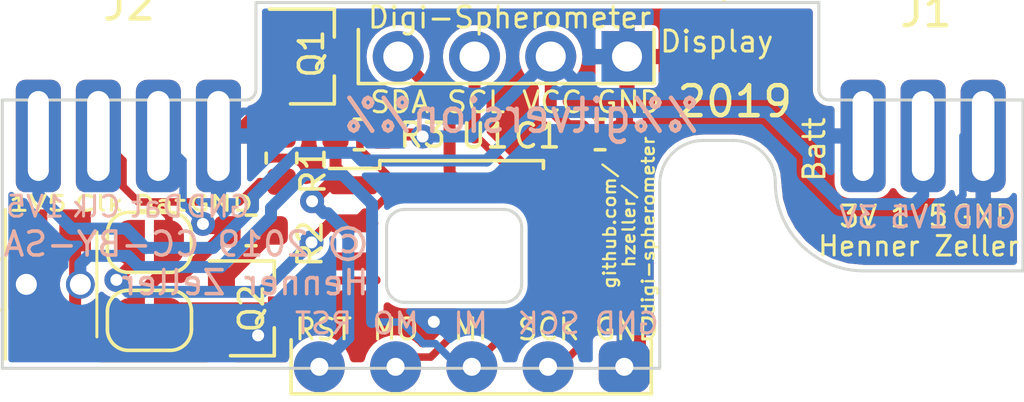
<source format=kicad_pcb>
(kicad_pcb (version 20171130) (host pcbnew "(5.1.2-12-g89d39cf8f-dirty)")

  (general
    (thickness 0.8)
    (drawings 62)
    (tracks 215)
    (zones 0)
    (modules 14)
    (nets 14)
  )

  (page A4)
  (layers
    (0 F.Cu signal hide)
    (31 B.Cu signal hide)
    (32 B.Adhes user)
    (33 F.Adhes user)
    (34 B.Paste user)
    (35 F.Paste user)
    (36 B.SilkS user)
    (37 F.SilkS user)
    (38 B.Mask user)
    (39 F.Mask user)
    (40 Dwgs.User user)
    (41 Cmts.User user)
    (42 Eco1.User user)
    (43 Eco2.User user)
    (44 Edge.Cuts user)
    (45 Margin user)
    (46 B.CrtYd user)
    (47 F.CrtYd user)
    (48 B.Fab user)
    (49 F.Fab user)
  )

  (setup
    (last_trace_width 0.25)
    (user_trace_width 0.4)
    (trace_clearance 0.2)
    (zone_clearance 0.15)
    (zone_45_only no)
    (trace_min 0.2)
    (via_size 0.8)
    (via_drill 0.4)
    (via_min_size 0.4)
    (via_min_drill 0.3)
    (uvia_size 0.3)
    (uvia_drill 0.1)
    (uvias_allowed no)
    (uvia_min_size 0.2)
    (uvia_min_drill 0.1)
    (edge_width 0.1)
    (segment_width 0.2)
    (pcb_text_width 0.3)
    (pcb_text_size 1.5 1.5)
    (mod_edge_width 0.15)
    (mod_text_size 1 1)
    (mod_text_width 0.15)
    (pad_size 1.7 1.7)
    (pad_drill 0.6)
    (pad_to_mask_clearance 0)
    (aux_axis_origin 0 0)
    (visible_elements FFFDFF7F)
    (pcbplotparams
      (layerselection 0x010fc_ffffffff)
      (usegerberextensions false)
      (usegerberattributes false)
      (usegerberadvancedattributes false)
      (creategerberjobfile false)
      (excludeedgelayer true)
      (linewidth 0.100000)
      (plotframeref false)
      (viasonmask false)
      (mode 1)
      (useauxorigin false)
      (hpglpennumber 1)
      (hpglpenspeed 20)
      (hpglpendiameter 15.000000)
      (psnegative false)
      (psa4output false)
      (plotreference true)
      (plotvalue true)
      (plotinvisibletext false)
      (padsonsilk false)
      (subtractmaskfromsilk false)
      (outputformat 1)
      (mirror false)
      (drillshape 1)
      (scaleselection 1)
      (outputdirectory ""))
  )

  (net 0 "")
  (net 1 GND)
  (net 2 VCC)
  (net 3 +1V5)
  (net 4 "Net-(Q1-Pad1)")
  (net 5 "Net-(Q2-Pad1)")
  (net 6 "Net-(JP1-Pad2)")
  (net 7 "Net-(JP2-Pad2)")
  (net 8 /Reset)
  (net 9 /SDA_MOSI)
  (net 10 /SCL_SCK)
  (net 11 /MISO)
  (net 12 /Data)
  (net 13 /Clock)

  (net_class Default "This is the default net class."
    (clearance 0.2)
    (trace_width 0.25)
    (via_dia 0.8)
    (via_drill 0.4)
    (uvia_dia 0.3)
    (uvia_drill 0.1)
    (add_net +1V5)
    (add_net /Clock)
    (add_net /Data)
    (add_net /MISO)
    (add_net /Reset)
    (add_net /SCL_SCK)
    (add_net /SDA_MOSI)
    (add_net GND)
    (add_net "Net-(JP1-Pad2)")
    (add_net "Net-(JP2-Pad2)")
    (add_net "Net-(Q1-Pad1)")
    (add_net "Net-(Q2-Pad1)")
    (add_net VCC)
  )

  (module digi-spherometer:EVQP7-Switch (layer F.Cu) (tedit 5CD649DE) (tstamp 5CD49236)
    (at 67.2 66.4 90)
    (path /5C7C2518)
    (fp_text reference SW1 (at 0 -4.6 90) (layer F.SilkS)
      (effects (font (size 1 1) (thickness 0.15)))
    )
    (fp_text value UI-Button (at 0.05 -3 90) (layer F.Fab)
      (effects (font (size 1 1) (thickness 0.15)))
    )
    (fp_line (start -0.85 -2.1) (end -0.85 -1.6) (layer F.SilkS) (width 0.1))
    (fp_line (start 0.85 -2.1) (end 0.85 -1.6) (layer F.SilkS) (width 0.1))
    (fp_line (start -2.5 -1.6) (end 2.5 -1.6) (layer F.SilkS) (width 0.1))
    (fp_line (start -0.85 -2.1) (end 0.85 -2.1) (layer F.SilkS) (width 0.1))
    (fp_line (start 1.75 1.45) (end -1.75 1.45) (layer F.SilkS) (width 0.1))
    (pad 2 thru_hole circle (at 0 0.9 90) (size 0.96 0.96) (drill 0.7) (layers *.Cu *.Mask)
      (net 11 /MISO) (zone_connect 2))
    (pad 1 thru_hole circle (at 0 -0.9 90) (size 0.96 0.96) (drill 0.7) (layers *.Cu *.Mask)
      (net 1 GND) (zone_connect 2))
    (pad 1 smd rect (at -1.8 -0.725 90) (size 1.4 1.05) (layers F.Cu F.Paste F.Mask)
      (net 1 GND))
    (pad 1 smd rect (at 1.8 -0.725 90) (size 1.4 1.05) (layers F.Cu F.Paste F.Mask)
      (net 1 GND))
    (pad 2 smd rect (at -1.8 0.725 90) (size 1.4 1.05) (layers F.Cu F.Paste F.Mask)
      (net 11 /MISO))
    (pad 2 smd rect (at 1.8 0.725 90) (size 1.4 1.05) (layers F.Cu F.Paste F.Mask)
      (net 11 /MISO))
  )

  (module Connector_PinHeader_2.54mm:PinHeader_1x04_P2.54mm_Vertical (layer F.Cu) (tedit 5CD642D6) (tstamp 5CC5F9DA)
    (at 86.31 58.801 270)
    (descr "Through hole straight pin header, 1x04, 2.54mm pitch, single row")
    (tags "Through hole pin header THT 1x04 2.54mm single row")
    (path /5CBCFE92)
    (fp_text reference J3 (at -2.54 3.887) (layer F.SilkS) hide
      (effects (font (size 1 1) (thickness 0.15)))
    )
    (fp_text value Disp (at -2.526 -2.49) (layer F.SilkS)
      (effects (font (size 0.8 0.8) (thickness 0.12)))
    )
    (fp_text user %R (at -2.501 -0.065 180) (layer F.Fab)
      (effects (font (size 1 1) (thickness 0.15)))
    )
    (fp_line (start -0.9 -0.9) (end 0.9 -0.9) (layer F.SilkS) (width 0.12))
    (fp_line (start 0.9 -0.9) (end 0.9 8.95) (layer F.SilkS) (width 0.12))
    (fp_line (start -0.9 8.95) (end 0.9 8.95) (layer F.SilkS) (width 0.12))
    (fp_line (start -1.27 -0.635) (end -0.635 -1.27) (layer F.Fab) (width 0.1))
    (fp_line (start -1.27 8.89) (end -1.27 -0.635) (layer F.Fab) (width 0.1))
    (fp_line (start 1.27 8.89) (end -1.27 8.89) (layer F.Fab) (width 0.1))
    (fp_line (start 1.27 -1.27) (end 1.27 8.89) (layer F.Fab) (width 0.1))
    (fp_line (start -0.635 -1.27) (end 1.27 -1.27) (layer F.Fab) (width 0.1))
    (pad 4 thru_hole oval (at 0 7.62 270) (size 1.7 1.7) (drill 1) (layers *.Cu *.Mask)
      (net 9 /SDA_MOSI))
    (pad 3 thru_hole oval (at 0 5.08 270) (size 1.7 1.7) (drill 1) (layers *.Cu *.Mask)
      (net 10 /SCL_SCK))
    (pad 2 thru_hole oval (at 0 2.54 270) (size 1.7 1.7) (drill 1) (layers *.Cu *.Mask)
      (net 2 VCC))
    (pad 1 thru_hole rect (at 0 0 270) (size 1.7 1.7) (drill 1) (layers *.Cu *.Mask)
      (net 1 GND))
  )

  (module Package_SO:SOIC-8_5.23x5.23mm_P1.27mm (layer F.Cu) (tedit 5CD64273) (tstamp 5CD6DFAE)
    (at 80.8 65)
    (descr "SOIC, 8 Pin (http://www.winbond.com/resource-files/w25q32jv%20revg%2003272018%20plus.pdf#page=68), generated with kicad-footprint-generator ipc_gullwing_generator.py")
    (tags "SOIC SO")
    (path /5C7C0CD1)
    (attr smd)
    (fp_text reference U1 (at 0.775 -3.55) (layer F.SilkS)
      (effects (font (size 0.8 0.8) (thickness 0.12)))
    )
    (fp_text value ATTINY85V-10SU (at 0.225 10.3) (layer F.Fab)
      (effects (font (size 1 1) (thickness 0.15)))
    )
    (fp_text user %R (at 0.075 -8.825) (layer F.Fab)
      (effects (font (size 0.7 0.7) (thickness 0.15)))
    )
    (fp_line (start 4.65 -2.86) (end -4.65 -2.86) (layer F.CrtYd) (width 0.05))
    (fp_line (start 4.65 2.86) (end 4.65 -2.86) (layer F.CrtYd) (width 0.05))
    (fp_line (start -4.65 2.86) (end 4.65 2.86) (layer F.CrtYd) (width 0.05))
    (fp_line (start -4.65 -2.86) (end -4.65 2.86) (layer F.CrtYd) (width 0.05))
    (fp_line (start -2.615 -1.615) (end -1.615 -2.615) (layer F.Fab) (width 0.1))
    (fp_line (start -2.615 2.615) (end -2.615 -1.615) (layer F.Fab) (width 0.1))
    (fp_line (start 2.615 2.615) (end -2.615 2.615) (layer F.Fab) (width 0.1))
    (fp_line (start 2.615 -2.615) (end 2.615 2.615) (layer F.Fab) (width 0.1))
    (fp_line (start -1.615 -2.615) (end 2.615 -2.615) (layer F.Fab) (width 0.1))
    (fp_line (start -2.725 -2.465) (end -4.4 -2.465) (layer F.SilkS) (width 0.12))
    (fp_line (start -2.725 -2.725) (end -2.725 -2.465) (layer F.SilkS) (width 0.12))
    (fp_line (start 0 -2.725) (end -2.725 -2.725) (layer F.SilkS) (width 0.12))
    (fp_line (start 2.725 -2.725) (end 2.725 -2.465) (layer F.SilkS) (width 0.12))
    (fp_line (start 0 -2.725) (end 2.725 -2.725) (layer F.SilkS) (width 0.12))
    (pad 8 smd roundrect (at 3.6 -1.905) (size 1.6 0.6) (layers F.Cu F.Paste F.Mask) (roundrect_rratio 0.25)
      (net 2 VCC))
    (pad 7 smd roundrect (at 3.6 -0.635) (size 1.6 0.6) (layers F.Cu F.Paste F.Mask) (roundrect_rratio 0.25)
      (net 10 /SCL_SCK))
    (pad 6 smd roundrect (at 3.6 0.635) (size 1.6 0.6) (layers F.Cu F.Paste F.Mask) (roundrect_rratio 0.25)
      (net 11 /MISO))
    (pad 5 smd roundrect (at 3.6 1.905) (size 1.6 0.6) (layers F.Cu F.Paste F.Mask) (roundrect_rratio 0.25)
      (net 9 /SDA_MOSI))
    (pad 4 smd roundrect (at -3.6 1.905) (size 1.6 0.6) (layers F.Cu F.Paste F.Mask) (roundrect_rratio 0.25)
      (net 1 GND))
    (pad 3 smd roundrect (at -3.6 0.635) (size 1.6 0.6) (layers F.Cu F.Paste F.Mask) (roundrect_rratio 0.25)
      (net 7 "Net-(JP2-Pad2)"))
    (pad 2 smd roundrect (at -3.6 -0.635) (size 1.6 0.6) (layers F.Cu F.Paste F.Mask) (roundrect_rratio 0.25)
      (net 6 "Net-(JP1-Pad2)"))
    (pad 1 smd roundrect (at -3.6 -1.905) (size 1.6 0.6) (layers F.Cu F.Paste F.Mask) (roundrect_rratio 0.25)
      (net 8 /Reset))
    (model ${KISYS3DMOD}/Package_SO.3dshapes/SOIC-8_3.9x4.9mm_P1.27mm.wrl
      (at (xyz 0 0 0))
      (scale (xyz 1.3 1 1))
      (rotate (xyz 0 0 0))
    )
  )

  (module Connector_PinHeader_2.54mm:PinHeader_1x05_P2.54mm_Vertical (layer F.Cu) (tedit 5CD641EA) (tstamp 5CC53830)
    (at 86.22 69.15 270)
    (descr "Through hole straight pin header, 1x05, 2.54mm pitch, single row")
    (tags "Through hole pin header THT 1x05 2.54mm single row")
    (path /5CC5587F)
    (fp_text reference J4 (at -4.318 8.382) (layer F.SilkS) hide
      (effects (font (size 1 1) (thickness 0.15)))
    )
    (fp_text value Programming (at 2.475 4.545) (layer F.Fab)
      (effects (font (size 1 1) (thickness 0.15)))
    )
    (fp_text user %R (at 0 5.08 180) (layer F.Fab)
      (effects (font (size 1 1) (thickness 0.15)))
    )
    (fp_line (start -0.9 -0.9) (end 0.9 -0.9) (layer F.SilkS) (width 0.12))
    (fp_line (start -0.9 11.1) (end 0.9 11.1) (layer F.SilkS) (width 0.12))
    (fp_line (start 0.9 -0.9) (end 0.9 11.1) (layer F.SilkS) (width 0.12))
    (pad 5 thru_hole oval (at 0 10.16 270) (size 1.7 1.7) (drill 0.6) (layers *.Cu *.Mask)
      (net 8 /Reset))
    (pad 4 thru_hole oval (at 0 7.62 270) (size 1.7 1.7) (drill 0.6) (layers *.Cu *.Mask)
      (net 9 /SDA_MOSI))
    (pad 3 thru_hole oval (at 0 5.08 270) (size 1.7 1.7) (drill 0.6) (layers *.Cu *.Mask)
      (net 11 /MISO))
    (pad 2 thru_hole oval (at 0 2.54 270) (size 1.7 1.7) (drill 0.6) (layers *.Cu *.Mask)
      (net 10 /SCL_SCK))
    (pad 1 thru_hole roundrect (at 0 0 270) (size 1.7 1.7) (drill 0.6) (layers *.Cu *.Mask) (roundrect_rratio 0.25)
      (net 1 GND))
  )

  (module digi-spherometer:connect-edge-3slot-2mm (layer F.Cu) (tedit 5CD4CB09) (tstamp 5CBD1A5F)
    (at 94.175 60.25)
    (descr "JST PH series connector, S4B-PH-K (http://www.jst-mfg.com/product/pdf/eng/ePH.pdf), generated with kicad-footprint-generator")
    (tags "connector JST PH top entry")
    (path /5C7CC029)
    (fp_text reference J1 (at 2.1 -2.95) (layer F.SilkS)
      (effects (font (size 1 1) (thickness 0.15)))
    )
    (fp_text value Battery (at 2 -1.65) (layer F.Fab)
      (effects (font (size 1 1) (thickness 0.15)))
    )
    (fp_line (start -1.016 0) (end 5.08 0) (layer F.SilkS) (width 0.05))
    (fp_line (start 0 0.875) (end -0.5 1.375) (layer F.Fab) (width 0.1))
    (fp_line (start -0.5 1.375) (end 0.5 1.375) (layer F.Fab) (width 0.1))
    (fp_line (start 0.5 1.375) (end 0 0.875) (layer F.Fab) (width 0.1))
    (fp_text user %R (at 2.125 -2.925) (layer F.Fab)
      (effects (font (size 1 1) (thickness 0.15)))
    )
    (pad 1 thru_hole roundrect (at 0 1.2) (size 1.5 3.75) (drill oval 0.7 3) (layers *.Cu *.Mask) (roundrect_rratio 0.208)
      (net 2 VCC))
    (pad 2 thru_hole roundrect (at 2 1.2) (size 1.5 3.75) (drill oval 0.75 3) (layers *.Cu *.Mask) (roundrect_rratio 0.208)
      (net 3 +1V5))
    (pad 3 thru_hole roundrect (at 4 1.2) (size 1.5 3.75) (drill oval 0.75 3) (layers *.Cu *.Mask) (roundrect_rratio 0.25)
      (net 1 GND))
  )

  (module digi-spherometer:connect-edge-4slot-2mm (layer F.Cu) (tedit 5CD4C709) (tstamp 5CBD1A90)
    (at 66.7 60.25)
    (descr "JST PH series connector, S4B-PH-K (http://www.jst-mfg.com/product/pdf/eng/ePH.pdf), generated with kicad-footprint-generator")
    (tags "connector JST PH top entry")
    (path /5C7C8F49)
    (fp_text reference J2 (at 3.025 -3.175) (layer F.SilkS)
      (effects (font (size 1 1) (thickness 0.15)))
    )
    (fp_text value Indicator (at 3.1 -1.75) (layer F.Fab)
      (effects (font (size 1 1) (thickness 0.15)))
    )
    (fp_line (start -1.016 0) (end 7.112 0) (layer F.SilkS) (width 0.05))
    (fp_line (start 0 0.875) (end -0.5 1.375) (layer F.Fab) (width 0.1))
    (fp_line (start -0.5 1.375) (end 0.5 1.375) (layer F.Fab) (width 0.1))
    (fp_line (start 0.5 1.375) (end 0 0.875) (layer F.Fab) (width 0.1))
    (fp_text user %R (at 3.025 -3.125) (layer F.Fab)
      (effects (font (size 1 1) (thickness 0.15)))
    )
    (pad 1 thru_hole roundrect (at 0 1.2) (size 1.5 3.75) (drill oval 0.7 3) (layers *.Cu *.Mask) (roundrect_rratio 0.208)
      (net 3 +1V5))
    (pad 2 thru_hole roundrect (at 2 1.2) (size 1.5 3.75) (drill oval 0.75 3) (layers *.Cu *.Mask) (roundrect_rratio 0.208)
      (net 13 /Clock))
    (pad 3 thru_hole roundrect (at 4 1.2) (size 1.5 3.75) (drill oval 0.75 3) (layers *.Cu *.Mask) (roundrect_rratio 0.25)
      (net 12 /Data))
    (pad 4 thru_hole roundrect (at 6 1.2) (size 1.5 3.75) (drill oval 0.75 3) (layers *.Cu *.Mask) (roundrect_rratio 0.208)
      (net 1 GND))
  )

  (module Jumper:SolderJumper-2_P1.3mm_Open_RoundedPad1.0x1.5mm (layer F.Cu) (tedit 5B391E66) (tstamp 5CD617B9)
    (at 70.4 67.6)
    (descr "SMD Solder Jumper, 1x1.5mm, rounded Pads, 0.3mm gap, open")
    (tags "solder jumper open")
    (path /5CC51175)
    (attr virtual)
    (fp_text reference JP2 (at -4.55 5.675) (layer F.SilkS)
      (effects (font (size 0.8 0.8) (thickness 0.12)))
    )
    (fp_text value "OC Direct" (at -3.375 5.75) (layer F.Fab)
      (effects (font (size 1 1) (thickness 0.15)) (justify left))
    )
    (fp_line (start 1.65 1.25) (end -1.65 1.25) (layer F.CrtYd) (width 0.05))
    (fp_line (start 1.65 1.25) (end 1.65 -1.25) (layer F.CrtYd) (width 0.05))
    (fp_line (start -1.65 -1.25) (end -1.65 1.25) (layer F.CrtYd) (width 0.05))
    (fp_line (start -1.65 -1.25) (end 1.65 -1.25) (layer F.CrtYd) (width 0.05))
    (fp_line (start -0.7 -1) (end 0.7 -1) (layer F.SilkS) (width 0.12))
    (fp_line (start 1.4 -0.3) (end 1.4 0.3) (layer F.SilkS) (width 0.12))
    (fp_line (start 0.7 1) (end -0.7 1) (layer F.SilkS) (width 0.12))
    (fp_line (start -1.4 0.3) (end -1.4 -0.3) (layer F.SilkS) (width 0.12))
    (fp_arc (start -0.7 -0.3) (end -0.7 -1) (angle -90) (layer F.SilkS) (width 0.12))
    (fp_arc (start -0.7 0.3) (end -1.4 0.3) (angle -90) (layer F.SilkS) (width 0.12))
    (fp_arc (start 0.7 0.3) (end 0.7 1) (angle -90) (layer F.SilkS) (width 0.12))
    (fp_arc (start 0.7 -0.3) (end 1.4 -0.3) (angle -90) (layer F.SilkS) (width 0.12))
    (pad 2 smd custom (at 0.65 0) (size 1 0.5) (layers F.Cu F.Mask)
      (net 7 "Net-(JP2-Pad2)") (zone_connect 2)
      (options (clearance outline) (anchor rect))
      (primitives
        (gr_circle (center 0 0.25) (end 0.5 0.25) (width 0))
        (gr_circle (center 0 -0.25) (end 0.5 -0.25) (width 0))
        (gr_poly (pts
           (xy 0 -0.75) (xy -0.5 -0.75) (xy -0.5 0.75) (xy 0 0.75)) (width 0))
      ))
    (pad 1 smd custom (at -0.65 0) (size 1 0.5) (layers F.Cu F.Mask)
      (net 12 /Data) (zone_connect 2)
      (options (clearance outline) (anchor rect))
      (primitives
        (gr_circle (center 0 0.25) (end 0.5 0.25) (width 0))
        (gr_circle (center 0 -0.25) (end 0.5 -0.25) (width 0))
        (gr_poly (pts
           (xy 0 -0.75) (xy 0.5 -0.75) (xy 0.5 0.75) (xy 0 0.75)) (width 0))
      ))
  )

  (module Jumper:SolderJumper-2_P1.3mm_Open_RoundedPad1.0x1.5mm (layer F.Cu) (tedit 5B391E66) (tstamp 5CD646B8)
    (at 70.4 65 180)
    (descr "SMD Solder Jumper, 1x1.5mm, rounded Pads, 0.3mm gap, open")
    (tags "solder jumper open")
    (path /5CC4FCB3)
    (attr virtual)
    (fp_text reference JP1 (at 4.55 -7.025) (layer F.SilkS)
      (effects (font (size 0.8 0.8) (thickness 0.12)))
    )
    (fp_text value "OC Direct" (at 3.4 -7.05 180) (layer F.Fab)
      (effects (font (size 1 1) (thickness 0.15)) (justify left))
    )
    (fp_line (start 1.65 1.25) (end -1.65 1.25) (layer F.CrtYd) (width 0.05))
    (fp_line (start 1.65 1.25) (end 1.65 -1.25) (layer F.CrtYd) (width 0.05))
    (fp_line (start -1.65 -1.25) (end -1.65 1.25) (layer F.CrtYd) (width 0.05))
    (fp_line (start -1.65 -1.25) (end 1.65 -1.25) (layer F.CrtYd) (width 0.05))
    (fp_line (start -0.7 -1) (end 0.7 -1) (layer F.SilkS) (width 0.12))
    (fp_line (start 1.4 -0.3) (end 1.4 0.3) (layer F.SilkS) (width 0.12))
    (fp_line (start 0.7 1) (end -0.7 1) (layer F.SilkS) (width 0.12))
    (fp_line (start -1.4 0.3) (end -1.4 -0.3) (layer F.SilkS) (width 0.12))
    (fp_arc (start -0.7 -0.3) (end -0.7 -1) (angle -90) (layer F.SilkS) (width 0.12))
    (fp_arc (start -0.7 0.3) (end -1.4 0.3) (angle -90) (layer F.SilkS) (width 0.12))
    (fp_arc (start 0.7 0.3) (end 0.7 1) (angle -90) (layer F.SilkS) (width 0.12))
    (fp_arc (start 0.7 -0.3) (end 1.4 -0.3) (angle -90) (layer F.SilkS) (width 0.12))
    (pad 2 smd custom (at 0.65 0 180) (size 1 0.5) (layers F.Cu F.Mask)
      (net 6 "Net-(JP1-Pad2)") (zone_connect 2)
      (options (clearance outline) (anchor rect))
      (primitives
        (gr_circle (center 0 0.25) (end 0.5 0.25) (width 0))
        (gr_circle (center 0 -0.25) (end 0.5 -0.25) (width 0))
        (gr_poly (pts
           (xy 0 -0.75) (xy -0.5 -0.75) (xy -0.5 0.75) (xy 0 0.75)) (width 0))
      ))
    (pad 1 smd custom (at -0.65 0 180) (size 1 0.5) (layers F.Cu F.Mask)
      (net 13 /Clock) (zone_connect 2)
      (options (clearance outline) (anchor rect))
      (primitives
        (gr_circle (center 0 0.25) (end 0.5 0.25) (width 0))
        (gr_circle (center 0 -0.25) (end 0.5 -0.25) (width 0))
        (gr_poly (pts
           (xy 0 -0.75) (xy 0.5 -0.75) (xy 0.5 0.75) (xy 0 0.75)) (width 0))
      ))
  )

  (module Resistor_SMD:R_0603_1608Metric (layer F.Cu) (tedit 5B301BBD) (tstamp 5CBD1B05)
    (at 77.3875 61.4 180)
    (descr "Resistor SMD 0603 (1608 Metric), square (rectangular) end terminal, IPC_7351 nominal, (Body size source: http://www.tortai-tech.com/upload/download/2011102023233369053.pdf), generated with kicad-footprint-generator")
    (tags resistor)
    (path /5C7D3C7F)
    (attr smd)
    (fp_text reference R3 (at -2.1125 -0.025) (layer F.SilkS)
      (effects (font (size 0.8 0.8) (thickness 0.12)))
    )
    (fp_text value 47k (at -0.7125 5.175) (layer F.Fab)
      (effects (font (size 1 1) (thickness 0.15)))
    )
    (fp_text user %R (at 0 0) (layer F.Fab)
      (effects (font (size 0.4 0.4) (thickness 0.06)))
    )
    (fp_line (start 1.48 0.73) (end -1.48 0.73) (layer F.CrtYd) (width 0.05))
    (fp_line (start 1.48 -0.73) (end 1.48 0.73) (layer F.CrtYd) (width 0.05))
    (fp_line (start -1.48 -0.73) (end 1.48 -0.73) (layer F.CrtYd) (width 0.05))
    (fp_line (start -1.48 0.73) (end -1.48 -0.73) (layer F.CrtYd) (width 0.05))
    (fp_line (start -0.162779 0.51) (end 0.162779 0.51) (layer F.SilkS) (width 0.12))
    (fp_line (start -0.162779 -0.51) (end 0.162779 -0.51) (layer F.SilkS) (width 0.12))
    (fp_line (start 0.8 0.4) (end -0.8 0.4) (layer F.Fab) (width 0.1))
    (fp_line (start 0.8 -0.4) (end 0.8 0.4) (layer F.Fab) (width 0.1))
    (fp_line (start -0.8 -0.4) (end 0.8 -0.4) (layer F.Fab) (width 0.1))
    (fp_line (start -0.8 0.4) (end -0.8 -0.4) (layer F.Fab) (width 0.1))
    (pad 2 smd roundrect (at 0.7875 0 180) (size 0.875 0.95) (layers F.Cu F.Paste F.Mask) (roundrect_rratio 0.25)
      (net 8 /Reset))
    (pad 1 smd roundrect (at -0.7875 0 180) (size 0.875 0.95) (layers F.Cu F.Paste F.Mask) (roundrect_rratio 0.25)
      (net 2 VCC))
    (model ${KISYS3DMOD}/Resistor_SMD.3dshapes/R_0603_1608Metric.wrl
      (at (xyz 0 0 0))
      (scale (xyz 1 1 1))
      (rotate (xyz 0 0 0))
    )
  )

  (module Resistor_SMD:R_0603_1608Metric (layer F.Cu) (tedit 5B301BBD) (tstamp 5CBD1AF4)
    (at 73.7875 64.6 180)
    (descr "Resistor SMD 0603 (1608 Metric), square (rectangular) end terminal, IPC_7351 nominal, (Body size source: http://www.tortai-tech.com/upload/download/2011102023233369053.pdf), generated with kicad-footprint-generator")
    (tags resistor)
    (path /5C7CB12C)
    (attr smd)
    (fp_text reference R2 (at -1.9625 -0.45 90) (layer F.SilkS)
      (effects (font (size 0.8 0.8) (thickness 0.12)))
    )
    (fp_text value 47k (at 2.2875 -10.5 180) (layer F.Fab)
      (effects (font (size 1 1) (thickness 0.15)) (justify left))
    )
    (fp_text user %R (at 0 0) (layer F.Fab)
      (effects (font (size 0.4 0.4) (thickness 0.06)))
    )
    (fp_line (start 1.48 0.73) (end -1.48 0.73) (layer F.CrtYd) (width 0.05))
    (fp_line (start 1.48 -0.73) (end 1.48 0.73) (layer F.CrtYd) (width 0.05))
    (fp_line (start -1.48 -0.73) (end 1.48 -0.73) (layer F.CrtYd) (width 0.05))
    (fp_line (start -1.48 0.73) (end -1.48 -0.73) (layer F.CrtYd) (width 0.05))
    (fp_line (start -0.162779 0.51) (end 0.162779 0.51) (layer F.SilkS) (width 0.12))
    (fp_line (start -0.162779 -0.51) (end 0.162779 -0.51) (layer F.SilkS) (width 0.12))
    (fp_line (start 0.8 0.4) (end -0.8 0.4) (layer F.Fab) (width 0.1))
    (fp_line (start 0.8 -0.4) (end 0.8 0.4) (layer F.Fab) (width 0.1))
    (fp_line (start -0.8 -0.4) (end 0.8 -0.4) (layer F.Fab) (width 0.1))
    (fp_line (start -0.8 0.4) (end -0.8 -0.4) (layer F.Fab) (width 0.1))
    (pad 2 smd roundrect (at 0.7875 0 180) (size 0.875 0.95) (layers F.Cu F.Paste F.Mask) (roundrect_rratio 0.25)
      (net 12 /Data))
    (pad 1 smd roundrect (at -0.7875 0 180) (size 0.875 0.95) (layers F.Cu F.Paste F.Mask) (roundrect_rratio 0.25)
      (net 5 "Net-(Q2-Pad1)"))
    (model ${KISYS3DMOD}/Resistor_SMD.3dshapes/R_0603_1608Metric.wrl
      (at (xyz 0 0 0))
      (scale (xyz 1 1 1))
      (rotate (xyz 0 0 0))
    )
  )

  (module Resistor_SMD:R_0603_1608Metric (layer F.Cu) (tedit 5B301BBD) (tstamp 5CD64A34)
    (at 74.8 62.1875 270)
    (descr "Resistor SMD 0603 (1608 Metric), square (rectangular) end terminal, IPC_7351 nominal, (Body size source: http://www.tortai-tech.com/upload/download/2011102023233369053.pdf), generated with kicad-footprint-generator")
    (tags resistor)
    (path /5C7CA7C5)
    (attr smd)
    (fp_text reference R1 (at 0.4375 -1.05 90) (layer F.SilkS)
      (effects (font (size 0.8 0.8) (thickness 0.12)))
    )
    (fp_text value 47k (at 11.9625 -0.5 90) (layer F.Fab)
      (effects (font (size 1 1) (thickness 0.15)) (justify left))
    )
    (fp_text user %R (at 0 0 90) (layer F.Fab)
      (effects (font (size 0.4 0.4) (thickness 0.06)))
    )
    (fp_line (start 1.48 0.73) (end -1.48 0.73) (layer F.CrtYd) (width 0.05))
    (fp_line (start 1.48 -0.73) (end 1.48 0.73) (layer F.CrtYd) (width 0.05))
    (fp_line (start -1.48 -0.73) (end 1.48 -0.73) (layer F.CrtYd) (width 0.05))
    (fp_line (start -1.48 0.73) (end -1.48 -0.73) (layer F.CrtYd) (width 0.05))
    (fp_line (start -0.162779 0.51) (end 0.162779 0.51) (layer F.SilkS) (width 0.12))
    (fp_line (start -0.162779 -0.51) (end 0.162779 -0.51) (layer F.SilkS) (width 0.12))
    (fp_line (start 0.8 0.4) (end -0.8 0.4) (layer F.Fab) (width 0.1))
    (fp_line (start 0.8 -0.4) (end 0.8 0.4) (layer F.Fab) (width 0.1))
    (fp_line (start -0.8 -0.4) (end 0.8 -0.4) (layer F.Fab) (width 0.1))
    (fp_line (start -0.8 0.4) (end -0.8 -0.4) (layer F.Fab) (width 0.1))
    (pad 2 smd roundrect (at 0.7875 0 270) (size 0.875 0.95) (layers F.Cu F.Paste F.Mask) (roundrect_rratio 0.25)
      (net 13 /Clock))
    (pad 1 smd roundrect (at -0.7875 0 270) (size 0.875 0.95) (layers F.Cu F.Paste F.Mask) (roundrect_rratio 0.25)
      (net 4 "Net-(Q1-Pad1)"))
    (model ${KISYS3DMOD}/Resistor_SMD.3dshapes/R_0603_1608Metric.wrl
      (at (xyz 0 0 0))
      (scale (xyz 1 1 1))
      (rotate (xyz 0 0 0))
    )
  )

  (module Package_TO_SOT_SMD:SOT-23 (layer F.Cu) (tedit 5A02FF57) (tstamp 5CC5A629)
    (at 73.8 67.2)
    (descr "SOT-23, Standard")
    (tags SOT-23)
    (path /5C7BA6FA)
    (attr smd)
    (fp_text reference Q2 (at 0 0 270) (layer F.SilkS)
      (effects (font (size 0.8 0.8) (thickness 0.12)))
    )
    (fp_text value NPN (at -0.05 9.475 180) (layer F.Fab)
      (effects (font (size 1 1) (thickness 0.15)))
    )
    (fp_line (start 0.76 1.58) (end -0.7 1.58) (layer F.SilkS) (width 0.12))
    (fp_line (start 0.76 -1.58) (end -1.4 -1.58) (layer F.SilkS) (width 0.12))
    (fp_line (start -1.7 1.75) (end -1.7 -1.75) (layer F.CrtYd) (width 0.05))
    (fp_line (start 1.7 1.75) (end -1.7 1.75) (layer F.CrtYd) (width 0.05))
    (fp_line (start 1.7 -1.75) (end 1.7 1.75) (layer F.CrtYd) (width 0.05))
    (fp_line (start -1.7 -1.75) (end 1.7 -1.75) (layer F.CrtYd) (width 0.05))
    (fp_line (start 0.76 -1.58) (end 0.76 -0.65) (layer F.SilkS) (width 0.12))
    (fp_line (start 0.76 1.58) (end 0.76 0.65) (layer F.SilkS) (width 0.12))
    (fp_line (start -0.7 1.52) (end 0.7 1.52) (layer F.Fab) (width 0.1))
    (fp_line (start 0.7 -1.52) (end 0.7 1.52) (layer F.Fab) (width 0.1))
    (fp_line (start -0.7 -0.95) (end -0.15 -1.52) (layer F.Fab) (width 0.1))
    (fp_line (start -0.15 -1.52) (end 0.7 -1.52) (layer F.Fab) (width 0.1))
    (fp_line (start -0.7 -0.95) (end -0.7 1.5) (layer F.Fab) (width 0.1))
    (fp_text user %R (at 0 0 90) (layer F.Fab)
      (effects (font (size 0.5 0.5) (thickness 0.075)))
    )
    (pad 3 smd rect (at 1 0) (size 0.9 0.8) (layers F.Cu F.Paste F.Mask)
      (net 7 "Net-(JP2-Pad2)"))
    (pad 2 smd rect (at -1 0.95) (size 0.9 0.8) (layers F.Cu F.Paste F.Mask)
      (net 1 GND))
    (pad 1 smd rect (at -1 -0.95) (size 0.9 0.8) (layers F.Cu F.Paste F.Mask)
      (net 5 "Net-(Q2-Pad1)"))
    (model ${KISYS3DMOD}/Package_TO_SOT_SMD.3dshapes/SOT-23.wrl
      (at (xyz 0 0 0))
      (scale (xyz 1 1 1))
      (rotate (xyz 0 0 0))
    )
  )

  (module Package_TO_SOT_SMD:SOT-23 (layer F.Cu) (tedit 5A02FF57) (tstamp 5CD649A6)
    (at 75.8 58.8)
    (descr "SOT-23, Standard")
    (tags SOT-23)
    (path /5C7C80D0)
    (attr smd)
    (fp_text reference Q1 (at 0 -0.1 270) (layer F.SilkS)
      (effects (font (size 0.8 0.8) (thickness 0.12)))
    )
    (fp_text value NPN (at -0.9 -2.675 180) (layer F.Fab)
      (effects (font (size 1 1) (thickness 0.15)))
    )
    (fp_line (start 0.76 1.58) (end -0.7 1.58) (layer F.SilkS) (width 0.12))
    (fp_line (start 0.76 -1.58) (end -1.4 -1.58) (layer F.SilkS) (width 0.12))
    (fp_line (start -1.7 1.75) (end -1.7 -1.75) (layer F.CrtYd) (width 0.05))
    (fp_line (start 1.7 1.75) (end -1.7 1.75) (layer F.CrtYd) (width 0.05))
    (fp_line (start 1.7 -1.75) (end 1.7 1.75) (layer F.CrtYd) (width 0.05))
    (fp_line (start -1.7 -1.75) (end 1.7 -1.75) (layer F.CrtYd) (width 0.05))
    (fp_line (start 0.76 -1.58) (end 0.76 -0.65) (layer F.SilkS) (width 0.12))
    (fp_line (start 0.76 1.58) (end 0.76 0.65) (layer F.SilkS) (width 0.12))
    (fp_line (start -0.7 1.52) (end 0.7 1.52) (layer F.Fab) (width 0.1))
    (fp_line (start 0.7 -1.52) (end 0.7 1.52) (layer F.Fab) (width 0.1))
    (fp_line (start -0.7 -0.95) (end -0.15 -1.52) (layer F.Fab) (width 0.1))
    (fp_line (start -0.15 -1.52) (end 0.7 -1.52) (layer F.Fab) (width 0.1))
    (fp_line (start -0.7 -0.95) (end -0.7 1.5) (layer F.Fab) (width 0.1))
    (fp_text user %R (at 0 0 90) (layer F.Fab)
      (effects (font (size 0.5 0.5) (thickness 0.075)))
    )
    (pad 3 smd rect (at 1 0) (size 0.9 0.8) (layers F.Cu F.Paste F.Mask)
      (net 6 "Net-(JP1-Pad2)"))
    (pad 2 smd rect (at -1 0.95) (size 0.9 0.8) (layers F.Cu F.Paste F.Mask)
      (net 1 GND))
    (pad 1 smd rect (at -1 -0.95) (size 0.9 0.8) (layers F.Cu F.Paste F.Mask)
      (net 4 "Net-(Q1-Pad1)"))
    (model ${KISYS3DMOD}/Package_TO_SOT_SMD.3dshapes/SOT-23.wrl
      (at (xyz 0 0 0))
      (scale (xyz 1 1 1))
      (rotate (xyz 0 0 0))
    )
  )

  (module Capacitor_SMD:C_0603_1608Metric (layer F.Cu) (tedit 5B301BBE) (tstamp 5CBD1A2F)
    (at 85.4125 61.4)
    (descr "Capacitor SMD 0603 (1608 Metric), square (rectangular) end terminal, IPC_7351 nominal, (Body size source: http://www.tortai-tech.com/upload/download/2011102023233369053.pdf), generated with kicad-footprint-generator")
    (tags capacitor)
    (path /5C7B9330)
    (attr smd)
    (fp_text reference C1 (at -2.0875 0.05) (layer F.SilkS)
      (effects (font (size 0.8 0.8) (thickness 0.12)))
    )
    (fp_text value 100n (at 11.5825 0) (layer F.Fab)
      (effects (font (size 1 1) (thickness 0.15)))
    )
    (fp_text user %R (at 0 0) (layer F.Fab)
      (effects (font (size 0.4 0.4) (thickness 0.06)))
    )
    (fp_line (start 1.48 0.73) (end -1.48 0.73) (layer F.CrtYd) (width 0.05))
    (fp_line (start 1.48 -0.73) (end 1.48 0.73) (layer F.CrtYd) (width 0.05))
    (fp_line (start -1.48 -0.73) (end 1.48 -0.73) (layer F.CrtYd) (width 0.05))
    (fp_line (start -1.48 0.73) (end -1.48 -0.73) (layer F.CrtYd) (width 0.05))
    (fp_line (start -0.162779 0.51) (end 0.162779 0.51) (layer F.SilkS) (width 0.12))
    (fp_line (start -0.162779 -0.51) (end 0.162779 -0.51) (layer F.SilkS) (width 0.12))
    (fp_line (start 0.8 0.4) (end -0.8 0.4) (layer F.Fab) (width 0.1))
    (fp_line (start 0.8 -0.4) (end 0.8 0.4) (layer F.Fab) (width 0.1))
    (fp_line (start -0.8 -0.4) (end 0.8 -0.4) (layer F.Fab) (width 0.1))
    (fp_line (start -0.8 0.4) (end -0.8 -0.4) (layer F.Fab) (width 0.1))
    (pad 2 smd roundrect (at 0.7875 0) (size 0.875 0.95) (layers F.Cu F.Paste F.Mask) (roundrect_rratio 0.25)
      (net 1 GND))
    (pad 1 smd roundrect (at -0.7875 0) (size 0.875 0.95) (layers F.Cu F.Paste F.Mask) (roundrect_rratio 0.25)
      (net 2 VCC))
    (model ${KISYS3DMOD}/Capacitor_SMD.3dshapes/C_0603_1608Metric.wrl
      (at (xyz 0 0 0))
      (scale (xyz 1 1 1))
      (rotate (xyz 0 0 0))
    )
  )

  (gr_text MO (at 78.6 67.7) (layer B.SilkS) (tstamp 5CD6EB52)
    (effects (font (size 0.7 0.7) (thickness 0.1)) (justify mirror))
  )
  (gr_text RST (at 76.2 67.7) (layer B.SilkS) (tstamp 5CD6EB51)
    (effects (font (size 0.7 0.7) (thickness 0.1)) (justify mirror))
  )
  (gr_text GND (at 86.3 67.7) (layer B.SilkS) (tstamp 5CD6EB50)
    (effects (font (size 0.7 0.7) (thickness 0.1)) (justify mirror))
  )
  (gr_text SCK (at 83.7 67.7) (layer B.SilkS) (tstamp 5CD6EB4F)
    (effects (font (size 0.7 0.7) (thickness 0.1)) (justify mirror))
  )
  (gr_text MI (at 81.1 67.7) (layer B.SilkS) (tstamp 5CD6EB4E)
    (effects (font (size 0.7 0.7) (thickness 0.1)) (justify mirror))
  )
  (gr_text "Clearance for\nOLED components" (at 89.3 66.2 90) (layer Cmts.User)
    (effects (font (size 0.6 0.6) (thickness 0.1)))
  )
  (gr_text "CUT OUT" (at 80.6 65.5) (layer Cmts.User)
    (effects (font (size 0.6 0.6) (thickness 0.1)))
  )
  (gr_line (start 78.3 66.4) (end 78.3 64.5) (layer Edge.Cuts) (width 0.1) (tstamp 5CD6DEFB))
  (gr_line (start 82.8 64.5) (end 82.8 66.4) (layer Edge.Cuts) (width 0.1) (tstamp 5CD6DEFA))
  (gr_line (start 82.2 67) (end 78.9 67) (layer Edge.Cuts) (width 0.1) (tstamp 5CD6DCEE))
  (gr_line (start 78.9 63.9) (end 82.2 63.9) (layer Edge.Cuts) (width 0.1) (tstamp 5CD6DCEC))
  (gr_arc (start 78.9 66.4) (end 78.3 66.4) (angle -90) (layer Edge.Cuts) (width 0.1))
  (gr_arc (start 82.2 66.4) (end 82.2 67) (angle -90) (layer Edge.Cuts) (width 0.1))
  (gr_arc (start 82.2 64.5) (end 82.8 64.5) (angle -90) (layer Edge.Cuts) (width 0.1))
  (gr_arc (start 78.9 64.5) (end 78.9 63.9) (angle -90) (layer Edge.Cuts) (width 0.1))
  (gr_text Batt (at 92.55 61.9 90) (layer F.SilkS) (tstamp 5CD6CB18)
    (effects (font (size 0.7 0.7) (thickness 0.1)))
  )
  (gr_text Display (at 89.3 58.3) (layer F.SilkS) (tstamp 5CD6CB13)
    (effects (font (size 0.7 0.7) (thickness 0.1)))
  )
  (gr_text 2019 (at 89.9 60.3) (layer F.SilkS) (tstamp 5CD6CA88)
    (effects (font (size 1 1) (thickness 0.15)))
  )
  (gr_text "github.com/\nhzeller/\ndigi-spherometer" (at 86.375 64.45 90) (layer F.SilkS) (tstamp 5CD6C6D4)
    (effects (font (size 0.4 0.45) (thickness 0.08)))
  )
  (gr_text "Henner Zeller" (at 96.025 65.125) (layer F.SilkS) (tstamp 5CD6C656)
    (effects (font (size 0.65 0.65) (thickness 0.1)))
  )
  (gr_line (start 88.85 61.6) (end 89.85 61.6) (layer Edge.Cuts) (width 0.1) (tstamp 5CD6BB9A))
  (gr_line (start 94.2 65.95) (end 99.5 65.95) (layer Edge.Cuts) (width 0.1))
  (gr_line (start 87.4 63.05) (end 87.4 69.2) (layer Edge.Cuts) (width 0.1))
  (gr_arc (start 88.85 63.05) (end 87.4 63.05) (angle 90) (layer Edge.Cuts) (width 0.1))
  (gr_arc (start 89.85 63) (end 91.25 63) (angle -90) (layer Edge.Cuts) (width 0.1))
  (gr_arc (start 94.2 63) (end 91.25 63) (angle -90) (layer Edge.Cuts) (width 0.1))
  (gr_text GND (at 72.787 63.705) (layer F.SilkS) (tstamp 5CC616F2)
    (effects (font (size 0.5 0.7) (thickness 0.1)))
  )
  (gr_arc (start 93.05 59.9) (end 93.05 60.25) (angle 90) (layer Edge.Cuts) (width 0.1) (tstamp 5CD4D56F))
  (gr_line (start 93.05 60.25) (end 99.5 60.25) (layer Edge.Cuts) (width 0.1))
  (gr_line (start 92.7 59.9) (end 92.7 57) (layer Edge.Cuts) (width 0.1))
  (gr_arc (start 73.6 59.9) (end 73.95 59.9) (angle 90) (layer Edge.Cuts) (width 0.1))
  (gr_line (start 73.95 59.9) (end 73.95 57) (layer Edge.Cuts) (width 0.1))
  (gr_line (start 65.5 60.25) (end 73.6 60.25) (layer Edge.Cuts) (width 0.1))
  (gr_text GND (at 72.687 63.805) (layer B.SilkS) (tstamp 5CD6432D)
    (effects (font (size 0.7 0.7) (thickness 0.1)) (justify mirror))
  )
  (gr_text Dat (at 70.655 63.805) (layer B.SilkS) (tstamp 5CC61789)
    (effects (font (size 0.7 0.7) (thickness 0.1)) (justify mirror))
  )
  (gr_text 1V5 (at 66.591 63.805) (layer B.SilkS) (tstamp 5CC61788)
    (effects (font (size 0.7 0.7) (thickness 0.1)) (justify mirror))
  )
  (gr_text Clk (at 68.623 63.805) (layer B.SilkS) (tstamp 5CC61787)
    (effects (font (size 0.7 0.7) (thickness 0.1)) (justify mirror))
  )
  (gr_text Digi-Spherometer (at 82.4 57.5) (layer F.SilkS) (tstamp 5CC541AD)
    (effects (font (size 0.7 0.7) (thickness 0.1)))
  )
  (gr_text "© 2019 CC-BY-SA\nHenner Zeller" (at 77.775 65.7) (layer B.SilkS) (tstamp 5CD49340)
    (effects (font (size 0.8 0.8) (thickness 0.12)) (justify left mirror))
  )
  (gr_text %%gitversion%% (at 82.8 60.775) (layer B.SilkS)
    (effects (font (size 1.1 1) (thickness 0.15)) (justify mirror))
  )
  (gr_text GND (at 98.205 64.166) (layer B.SilkS) (tstamp 5CC5A323)
    (effects (font (size 0.7 0.7) (thickness 0.1)) (justify mirror))
  )
  (gr_text 1V5 (at 96.046 64.166) (layer B.SilkS) (tstamp 5CC5A322)
    (effects (font (size 0.7 0.7) (thickness 0.1)) (justify mirror))
  )
  (gr_text 3V (at 94.014 64.166) (layer B.SilkS) (tstamp 5CC5A321)
    (effects (font (size 0.7 0.7) (thickness 0.1)) (justify mirror))
  )
  (gr_text RST (at 76.2 67.9) (layer F.SilkS) (tstamp 5CD4DA3A)
    (effects (font (size 0.7 0.7) (thickness 0.1)))
  )
  (gr_text MO (at 78.6 67.9) (layer F.SilkS) (tstamp 5CD4DA34)
    (effects (font (size 0.7 0.7) (thickness 0.1)))
  )
  (gr_text MI (at 81.1 67.9) (layer F.SilkS) (tstamp 5CD4DA31)
    (effects (font (size 0.7 0.7) (thickness 0.1)))
  )
  (gr_text SCK (at 83.7 67.9) (layer F.SilkS) (tstamp 5CD4DA2E)
    (effects (font (size 0.7 0.7) (thickness 0.1)))
  )
  (gr_text GND (at 86.3 67.9) (layer F.SilkS) (tstamp 5CD4DA2B)
    (effects (font (size 0.7 0.7) (thickness 0.1)))
  )
  (gr_text Clk (at 68.723 63.705) (layer F.SilkS) (tstamp 5CC616FB)
    (effects (font (size 0.5 0.7) (thickness 0.1)))
  )
  (gr_text Dat (at 70.755 63.705) (layer F.SilkS) (tstamp 5CD61949)
    (effects (font (size 0.5 0.7) (thickness 0.1)))
  )
  (gr_text VCC (at 83.82 60.325) (layer F.SilkS) (tstamp 5CC5885D)
    (effects (font (size 0.7 0.7) (thickness 0.1)))
  )
  (gr_text GND (at 86.36 60.325) (layer F.SilkS) (tstamp 5CC5885A)
    (effects (font (size 0.7 0.7) (thickness 0.1)))
  )
  (gr_text SDA (at 78.74 60.325) (layer F.SilkS) (tstamp 5CC5883D)
    (effects (font (size 0.7 0.7) (thickness 0.1)))
  )
  (gr_text SCL (at 81.28 60.325) (layer F.SilkS) (tstamp 5CC58822)
    (effects (font (size 0.7 0.7) (thickness 0.1)))
  )
  (gr_text 1V5 (at 66.691 63.705) (layer F.SilkS) (tstamp 5CC616F8)
    (effects (font (size 0.5 0.7) (thickness 0.1)))
  )
  (gr_text GND (at 98.205 64.134) (layer F.SilkS) (tstamp 5CD6C5D6)
    (effects (font (size 0.7 0.7) (thickness 0.1)))
  )
  (gr_text 3V (at 94.014 64.134) (layer F.SilkS) (tstamp 5CD6C5D3)
    (effects (font (size 0.7 0.7) (thickness 0.1)))
  )
  (gr_text 1V5 (at 96.046 64.134) (layer F.SilkS) (tstamp 5CD6C5D0)
    (effects (font (size 0.7 0.7) (thickness 0.1)))
  )
  (gr_line (start 65.5 69.2) (end 65.5 60.25) (layer Edge.Cuts) (width 0.1))
  (gr_line (start 87.4 69.2) (end 65.5 69.2) (layer Edge.Cuts) (width 0.1))
  (gr_line (start 99.5 60.25) (end 99.5 65.95) (layer Edge.Cuts) (width 0.1))
  (gr_line (start 73.95 57) (end 92.7 57) (layer Edge.Cuts) (width 0.1))

  (segment (start 73.214829 61.45) (end 72.7 61.45) (width 0.4) (layer F.Cu) (net 1))
  (segment (start 74.8 59.864829) (end 73.214829 61.45) (width 0.4) (layer F.Cu) (net 1))
  (segment (start 74.8 59.75) (end 74.8 59.864829) (width 0.4) (layer F.Cu) (net 1))
  (segment (start 72.8 68.15) (end 73.450236 68.15) (width 0.4) (layer F.Cu) (net 1))
  (segment (start 75.570001 68.000001) (end 76.294292 67.27571) (width 0.4) (layer F.Cu) (net 1))
  (segment (start 76.82929 67.27571) (end 77.2 66.905) (width 0.4) (layer F.Cu) (net 1))
  (segment (start 76.294292 67.27571) (end 76.82929 67.27571) (width 0.4) (layer F.Cu) (net 1))
  (segment (start 86.31 61.29) (end 86.2 61.4) (width 0.4) (layer F.Cu) (net 1))
  (segment (start 86.31 58.801) (end 86.31 61.29) (width 0.4) (layer F.Cu) (net 1))
  (segment (start 86.2 61.975) (end 86.741 62.516) (width 0.4) (layer F.Cu) (net 1))
  (segment (start 86.2 61.4) (end 86.2 61.975) (width 0.4) (layer F.Cu) (net 1))
  (segment (start 86.741 68.629) (end 86.62001 68.74999) (width 0.4) (layer F.Cu) (net 1))
  (segment (start 86.741 62.516) (end 86.741 68.629) (width 0.4) (layer F.Cu) (net 1))
  (segment (start 86.31 57.701) (end 86.14 57.531) (width 0.25) (layer B.Cu) (net 1))
  (segment (start 86.31 58.801) (end 86.31 57.701) (width 0.25) (layer B.Cu) (net 1))
  (segment (start 73.52071 60.62929) (end 72.7 61.45) (width 0.25) (layer B.Cu) (net 1))
  (segment (start 73.895349 60.62929) (end 73.52071 60.62929) (width 0.25) (layer B.Cu) (net 1))
  (segment (start 76.993639 57.531) (end 73.895349 60.62929) (width 0.25) (layer B.Cu) (net 1))
  (segment (start 86.14 57.531) (end 76.993639 57.531) (width 0.25) (layer B.Cu) (net 1))
  (via (at 74.021363 68.101996) (size 0.8) (drill 0.4) (layers F.Cu B.Cu) (net 1))
  (segment (start 73.450236 68.15) (end 73.973359 68.15) (width 0.4) (layer F.Cu) (net 1))
  (segment (start 73.973359 68.15) (end 74.021363 68.101996) (width 0.4) (layer F.Cu) (net 1))
  (segment (start 74.587048 68.101996) (end 74.021363 68.101996) (width 0.4) (layer F.Cu) (net 1))
  (segment (start 74.689043 68.000001) (end 74.587048 68.101996) (width 0.4) (layer F.Cu) (net 1))
  (segment (start 75.570001 68.000001) (end 74.689043 68.000001) (width 0.4) (layer F.Cu) (net 1))
  (segment (start 66.475 68.2) (end 66.475 67.625) (width 0.4) (layer F.Cu) (net 1))
  (segment (start 66.475 66.575) (end 66.3 66.4) (width 0.4) (layer F.Cu) (net 1))
  (segment (start 66.475 68.2) (end 66.475 66.575) (width 0.4) (layer F.Cu) (net 1))
  (segment (start 66.3 64.775) (end 66.475 64.6) (width 0.4) (layer F.Cu) (net 1))
  (segment (start 66.3 66.4) (end 66.3 64.775) (width 0.4) (layer F.Cu) (net 1))
  (segment (start 86.22 63.386) (end 86.22 67.98) (width 0.4) (layer B.Cu) (net 1))
  (segment (start 86.22 67.98) (end 86.22 68.74999) (width 0.4) (layer B.Cu) (net 1))
  (segment (start 79.308625 67.65001) (end 79.87431 67.65001) (width 0.4) (layer F.Cu) (net 1))
  (via (at 79.87431 67.65001) (size 0.8) (drill 0.4) (layers F.Cu B.Cu) (net 1))
  (segment (start 85.89001 67.65001) (end 80.439995 67.65001) (width 0.4) (layer B.Cu) (net 1))
  (segment (start 77.2 66.905) (end 77.94501 67.65001) (width 0.4) (layer F.Cu) (net 1))
  (segment (start 80.439995 67.65001) (end 79.87431 67.65001) (width 0.4) (layer B.Cu) (net 1))
  (segment (start 86.22 67.98) (end 85.89001 67.65001) (width 0.4) (layer B.Cu) (net 1))
  (segment (start 77.94501 67.65001) (end 79.308625 67.65001) (width 0.4) (layer F.Cu) (net 1))
  (segment (start 86.22 63.386) (end 86.22 62.68) (width 0.4) (layer B.Cu) (net 1))
  (segment (start 86.22 62.68) (end 86.37 62.68) (width 0.4) (layer B.Cu) (net 1))
  (segment (start 86.22 62.68) (end 86.27 62.68) (width 0.25) (layer B.Cu) (net 1))
  (segment (start 87.728946 61.221054) (end 90.771054 61.221054) (width 0.25) (layer B.Cu) (net 1))
  (segment (start 86.27 62.68) (end 87.728946 61.221054) (width 0.25) (layer B.Cu) (net 1))
  (segment (start 90.771054 61.221054) (end 91.65 62.1) (width 0.25) (layer B.Cu) (net 1))
  (segment (start 91.65 63.138281) (end 92.861719 64.35) (width 0.25) (layer B.Cu) (net 1))
  (segment (start 91.65 62.1) (end 91.65 63.138281) (width 0.25) (layer B.Cu) (net 1))
  (segment (start 97.5 63.425) (end 97.5 61.45) (width 0.25) (layer B.Cu) (net 1))
  (segment (start 96.575 64.35) (end 97.5 63.425) (width 0.25) (layer B.Cu) (net 1))
  (segment (start 92.861719 64.35) (end 96.575 64.35) (width 0.25) (layer B.Cu) (net 1))
  (segment (start 83.77 60.545) (end 84.625 61.4) (width 0.4) (layer F.Cu) (net 2))
  (segment (start 83.77 58.801) (end 83.77 60.545) (width 0.4) (layer F.Cu) (net 2))
  (segment (start 84.625 62.87) (end 84.4 63.095) (width 0.4) (layer F.Cu) (net 2))
  (segment (start 84.625 61.4) (end 84.625 62.87) (width 0.4) (layer F.Cu) (net 2))
  (via (at 79.502 61.468) (size 0.8) (drill 0.4) (layers F.Cu B.Cu) (net 2))
  (segment (start 78.175 61.4) (end 78.175 61.575) (width 0.4) (layer F.Cu) (net 2))
  (segment (start 81.103 61.468) (end 83.77 58.801) (width 0.4) (layer B.Cu) (net 2))
  (segment (start 79.502 61.468) (end 81.103 61.468) (width 0.4) (layer B.Cu) (net 2))
  (segment (start 79.434 61.4) (end 79.502 61.468) (width 0.4) (layer F.Cu) (net 2))
  (segment (start 78.175 61.4) (end 79.434 61.4) (width 0.4) (layer F.Cu) (net 2))
  (segment (start 87.481013 60.049989) (end 91.210263 60.049989) (width 0.4) (layer B.Cu) (net 2))
  (segment (start 92.610274 61.45) (end 93.325 61.45) (width 0.4) (layer B.Cu) (net 2))
  (segment (start 93.325 61.45) (end 94.175 61.45) (width 0.4) (layer B.Cu) (net 2))
  (segment (start 91.210263 60.049989) (end 92.610274 61.45) (width 0.4) (layer B.Cu) (net 2))
  (segment (start 87.480001 60.051001) (end 87.481013 60.049989) (width 0.4) (layer B.Cu) (net 2))
  (segment (start 85.020001 60.051001) (end 87.480001 60.051001) (width 0.4) (layer B.Cu) (net 2))
  (segment (start 83.77 58.801) (end 85.020001 60.051001) (width 0.4) (layer B.Cu) (net 2))
  (segment (start 67.815434 64.540434) (end 66.7 63.425) (width 0.4) (layer B.Cu) (net 3))
  (segment (start 70.26618 65.183635) (end 69.622979 64.540434) (width 0.4) (layer B.Cu) (net 3))
  (segment (start 66.7 63.425) (end 66.7 61.45) (width 0.4) (layer B.Cu) (net 3))
  (segment (start 72.524823 65.183635) (end 70.26618 65.183635) (width 0.4) (layer B.Cu) (net 3))
  (segment (start 75.316468 62.010989) (end 73.85001 63.477447) (width 0.4) (layer B.Cu) (net 3))
  (segment (start 77.210532 62.010989) (end 75.316468 62.010989) (width 0.4) (layer B.Cu) (net 3))
  (segment (start 73.85001 63.858448) (end 72.524823 65.183635) (width 0.4) (layer B.Cu) (net 3))
  (segment (start 77.467544 62.268001) (end 77.210532 62.010989) (width 0.4) (layer B.Cu) (net 3))
  (segment (start 73.85001 63.477447) (end 73.85001 63.858448) (width 0.4) (layer B.Cu) (net 3))
  (segment (start 69.622979 64.540434) (end 67.815434 64.540434) (width 0.4) (layer B.Cu) (net 3))
  (segment (start 83.25 60.65) (end 81.631999 62.268001) (width 0.25) (layer B.Cu) (net 3))
  (segment (start 96.175 61.45) (end 96.175 63.425) (width 0.4) (layer B.Cu) (net 3))
  (segment (start 92.361742 62.050011) (end 90.962743 60.651011) (width 0.4) (layer B.Cu) (net 3))
  (segment (start 90.962743 60.651011) (end 90.85 60.651011) (width 0.4) (layer B.Cu) (net 3))
  (segment (start 95.87499 63.72501) (end 93.442074 63.72501) (width 0.4) (layer B.Cu) (net 3))
  (segment (start 96.175 63.425) (end 95.87499 63.72501) (width 0.4) (layer B.Cu) (net 3))
  (segment (start 92.361742 62.644678) (end 92.361742 62.050011) (width 0.4) (layer B.Cu) (net 3))
  (segment (start 93.442074 63.72501) (end 92.361742 62.644678) (width 0.4) (layer B.Cu) (net 3))
  (segment (start 83.251012 60.651012) (end 83.25 60.65) (width 0.4) (layer B.Cu) (net 3))
  (segment (start 87.729545 60.65) (end 87.728533 60.651012) (width 0.4) (layer B.Cu) (net 3))
  (segment (start 91 60.65) (end 90.85 60.65) (width 0.25) (layer B.Cu) (net 3))
  (segment (start 87.728533 60.651012) (end 83.251012 60.651012) (width 0.4) (layer B.Cu) (net 3))
  (segment (start 90.85 60.65) (end 87.729545 60.65) (width 0.4) (layer B.Cu) (net 3))
  (segment (start 77.467544 62.268001) (end 81.631999 62.268001) (width 0.4) (layer B.Cu) (net 3))
  (segment (start 81.634023 62.268001) (end 83.251012 60.651012) (width 0.4) (layer B.Cu) (net 3))
  (segment (start 81.631999 62.268001) (end 81.634023 62.268001) (width 0.4) (layer B.Cu) (net 3))
  (segment (start 74.85 57.85) (end 74.8 57.85) (width 0.4) (layer F.Cu) (net 4))
  (segment (start 75.65 58.65) (end 74.85 57.85) (width 0.4) (layer F.Cu) (net 4))
  (segment (start 75.650001 60.549999) (end 75.65 58.65) (width 0.4) (layer F.Cu) (net 4))
  (segment (start 74.8 61.4) (end 75.650001 60.549999) (width 0.4) (layer F.Cu) (net 4))
  (segment (start 72.925 66.25) (end 74.575 64.6) (width 0.4) (layer F.Cu) (net 5))
  (segment (start 72.8 66.25) (end 72.925 66.25) (width 0.4) (layer F.Cu) (net 5))
  (segment (start 77.9 64.365) (end 77 64.365) (width 0.25) (layer F.Cu) (net 6))
  (via (at 75.8 65) (size 0.8) (drill 0.4) (layers F.Cu B.Cu) (net 6))
  (segment (start 69.765069 65.015069) (end 69.765069 65.073444) (width 0.4) (layer F.Cu) (net 6))
  (segment (start 69.75 65) (end 69.765069 65.015069) (width 0.4) (layer F.Cu) (net 6))
  (segment (start 76.435 64.365) (end 77.2 64.365) (width 0.4) (layer F.Cu) (net 6))
  (segment (start 75.8 65) (end 76.435 64.365) (width 0.4) (layer F.Cu) (net 6))
  (segment (start 69.75 65) (end 69.75 65.759) (width 0.4) (layer F.Cu) (net 6))
  (segment (start 74.379 66.421) (end 75.8 65) (width 0.4) (layer B.Cu) (net 6))
  (segment (start 77.41249 60.968496) (end 76.8 60.356006) (width 0.25) (layer F.Cu) (net 6))
  (segment (start 78.000996 62.46999) (end 77.566728 62.035722) (width 0.25) (layer F.Cu) (net 6))
  (segment (start 78.046758 62.46999) (end 78.000996 62.46999) (width 0.25) (layer F.Cu) (net 6))
  (segment (start 78.32501 62.748242) (end 78.046758 62.46999) (width 0.25) (layer F.Cu) (net 6))
  (segment (start 76.8 60.356006) (end 76.8 58.8) (width 0.25) (layer F.Cu) (net 6))
  (segment (start 78.32501 63.444646) (end 78.32501 62.748242) (width 0.25) (layer F.Cu) (net 6))
  (segment (start 77.41249 62.035722) (end 77.41249 60.968496) (width 0.25) (layer F.Cu) (net 6))
  (segment (start 77.775366 63.99429) (end 78.32501 63.444646) (width 0.25) (layer F.Cu) (net 6))
  (segment (start 77.566728 62.035722) (end 77.41249 62.035722) (width 0.25) (layer F.Cu) (net 6))
  (segment (start 77.57071 63.99429) (end 77.775366 63.99429) (width 0.25) (layer F.Cu) (net 6))
  (segment (start 77.2 64.365) (end 77.57071 63.99429) (width 0.25) (layer F.Cu) (net 6))
  (via (at 69.3 66.25) (size 0.8) (drill 0.4) (layers F.Cu B.Cu) (net 6))
  (segment (start 69.75 65.759) (end 69.75 65.8) (width 0.4) (layer F.Cu) (net 6))
  (segment (start 69.75 65.8) (end 69.3 66.25) (width 0.4) (layer F.Cu) (net 6))
  (segment (start 74.150001 66.649999) (end 74.379 66.421) (width 0.4) (layer B.Cu) (net 6))
  (segment (start 69.699999 66.649999) (end 74.150001 66.649999) (width 0.4) (layer B.Cu) (net 6))
  (segment (start 69.3 66.25) (end 69.699999 66.649999) (width 0.4) (layer B.Cu) (net 6))
  (segment (start 76.365 65.635) (end 77 65.635) (width 0.4) (layer F.Cu) (net 7))
  (segment (start 74.8 67.2) (end 76.365 65.635) (width 0.4) (layer F.Cu) (net 7))
  (segment (start 74.675226 67.075226) (end 74.8 67.2) (width 0.4) (layer F.Cu) (net 7))
  (segment (start 74.75 67.2) (end 74.625226 67.075226) (width 0.25) (layer F.Cu) (net 7))
  (segment (start 74.8 67.2) (end 74.75 67.2) (width 0.25) (layer F.Cu) (net 7))
  (segment (start 71.45 67.2) (end 71.05 67.6) (width 0.4) (layer F.Cu) (net 7))
  (segment (start 74.8 67.2) (end 71.45 67.2) (width 0.4) (layer F.Cu) (net 7))
  (via (at 75.819 63.627) (size 0.8) (drill 0.4) (layers F.Cu B.Cu) (net 8))
  (segment (start 76.6 62.495) (end 77.2 63.095) (width 0.4) (layer F.Cu) (net 8))
  (segment (start 76.6 61.4) (end 76.6 62.495) (width 0.4) (layer F.Cu) (net 8))
  (segment (start 77.2 63.095) (end 76.593386 63.095) (width 0.4) (layer F.Cu) (net 8))
  (segment (start 77.02399 68.18601) (end 76.46001 68.74999) (width 0.4) (layer B.Cu) (net 8))
  (segment (start 77.02399 64.70499) (end 77.02399 68.18601) (width 0.4) (layer B.Cu) (net 8))
  (segment (start 76.345999 64.026999) (end 77.02399 64.70499) (width 0.4) (layer B.Cu) (net 8))
  (segment (start 75.819 63.627) (end 76.218999 64.026999) (width 0.4) (layer B.Cu) (net 8))
  (segment (start 76.218999 64.026999) (end 76.345999 64.026999) (width 0.4) (layer B.Cu) (net 8))
  (segment (start 76.351 63.095) (end 75.819 63.627) (width 0.4) (layer F.Cu) (net 8))
  (segment (start 77.2 63.095) (end 76.351 63.095) (width 0.4) (layer F.Cu) (net 8))
  (segment (start 83.5 66.905) (end 84.4 66.905) (width 0.25) (layer F.Cu) (net 9))
  (segment (start 80.4 60.511) (end 78.69 58.801) (width 0.4) (layer F.Cu) (net 9))
  (segment (start 80.4 62.6) (end 80.4 60.511) (width 0.4) (layer F.Cu) (net 9))
  (segment (start 79.772332 68.82499) (end 78.92501 68.82499) (width 0.25) (layer F.Cu) (net 9))
  (segment (start 83.5 66.905) (end 82.880012 67.524988) (width 0.25) (layer F.Cu) (net 9))
  (segment (start 81.072334 67.524988) (end 79.772332 68.82499) (width 0.25) (layer F.Cu) (net 9))
  (segment (start 82.880012 67.524988) (end 81.072334 67.524988) (width 0.25) (layer F.Cu) (net 9))
  (segment (start 83.5 66.905) (end 83.27499 66.67999) (width 0.25) (layer F.Cu) (net 9))
  (segment (start 83.27499 66.67999) (end 83.27499 64.078168) (width 0.25) (layer F.Cu) (net 9))
  (segment (start 83.27499 64.078168) (end 82.296822 63.1) (width 0.25) (layer F.Cu) (net 9))
  (segment (start 80.9 63.1) (end 80.4 62.6) (width 0.25) (layer F.Cu) (net 9))
  (segment (start 82.296822 63.1) (end 80.9 63.1) (width 0.25) (layer F.Cu) (net 9))
  (segment (start 85.3 64.365) (end 85.97502 65.04002) (width 0.25) (layer F.Cu) (net 10))
  (segment (start 85.97502 65.04002) (end 85.975021 67.438158) (width 0.25) (layer F.Cu) (net 10))
  (segment (start 84.4 64.365) (end 85.3 64.365) (width 0.25) (layer F.Cu) (net 10))
  (segment (start 81.23 58.801) (end 81.23 61.502834) (width 0.4) (layer F.Cu) (net 10))
  (segment (start 85.119979 67.980021) (end 85.433158 67.980021) (width 0.25) (layer F.Cu) (net 10))
  (segment (start 85.433158 67.980021) (end 85.975021 67.438158) (width 0.25) (layer F.Cu) (net 10))
  (segment (start 85.119979 67.980021) (end 85.119979 68.080021) (width 0.25) (layer F.Cu) (net 10))
  (segment (start 85.119979 68.080021) (end 84.37501 68.82499) (width 0.25) (layer F.Cu) (net 10))
  (segment (start 81.336066 61.502834) (end 81.23 61.502834) (width 0.25) (layer F.Cu) (net 10))
  (segment (start 83.827522 63.99429) (end 81.336066 61.502834) (width 0.25) (layer F.Cu) (net 10))
  (segment (start 84.02929 63.99429) (end 83.827522 63.99429) (width 0.25) (layer F.Cu) (net 10))
  (segment (start 84.4 64.365) (end 84.02929 63.99429) (width 0.25) (layer F.Cu) (net 10))
  (segment (start 67.925 64.6) (end 67.925 65.07134) (width 0.4) (layer F.Cu) (net 11))
  (segment (start 67.998647 64.673647) (end 67.998647 64.940437) (width 0.4) (layer F.Cu) (net 11))
  (segment (start 67.925 64.6) (end 67.998647 64.673647) (width 0.4) (layer F.Cu) (net 11))
  (segment (start 67.925 66.225) (end 68.1 66.4) (width 0.4) (layer F.Cu) (net 11))
  (segment (start 67.925 64.6) (end 67.925 66.225) (width 0.4) (layer F.Cu) (net 11))
  (segment (start 67.925 66.575) (end 68.1 66.4) (width 0.4) (layer F.Cu) (net 11))
  (segment (start 67.925 68.2) (end 67.925 66.575) (width 0.4) (layer F.Cu) (net 11))
  (segment (start 69.684001 65.449999) (end 68.371179 65.449999) (width 0.4) (layer B.Cu) (net 11))
  (segment (start 74.450021 63.852979) (end 74.450021 64.149802) (width 0.4) (layer B.Cu) (net 11))
  (segment (start 77.816009 63.719009) (end 76.835 62.738) (width 0.4) (layer B.Cu) (net 11))
  (segment (start 76.835 62.738) (end 75.565 62.738) (width 0.4) (layer B.Cu) (net 11))
  (segment (start 75.565 62.738) (end 74.450021 63.852979) (width 0.4) (layer B.Cu) (net 11))
  (segment (start 72.778833 65.82099) (end 70.054992 65.82099) (width 0.4) (layer B.Cu) (net 11))
  (segment (start 70.054992 65.82099) (end 69.684001 65.449999) (width 0.4) (layer B.Cu) (net 11))
  (segment (start 77.816009 67.656009) (end 77.816009 63.719009) (width 0.4) (layer B.Cu) (net 11))
  (segment (start 68.1 65.721178) (end 68.1 66.4) (width 0.4) (layer B.Cu) (net 11))
  (segment (start 74.450021 64.149802) (end 72.778833 65.82099) (width 0.4) (layer B.Cu) (net 11))
  (segment (start 68.371179 65.449999) (end 68.1 65.721178) (width 0.4) (layer B.Cu) (net 11))
  (segment (start 85.52501 65.86001) (end 85.52501 67.251758) (width 0.25) (layer F.Cu) (net 11))
  (segment (start 84.48859 67.974999) (end 82.315001 67.974999) (width 0.25) (layer F.Cu) (net 11))
  (segment (start 82.315001 67.974999) (end 81.46501 68.82499) (width 0.25) (layer F.Cu) (net 11))
  (segment (start 84.933579 67.53001) (end 84.48859 67.974999) (width 0.25) (layer F.Cu) (net 11))
  (segment (start 85.52501 67.251758) (end 85.246758 67.53001) (width 0.25) (layer F.Cu) (net 11))
  (segment (start 84.4 65.635) (end 85.3 65.635) (width 0.25) (layer F.Cu) (net 11))
  (segment (start 85.246758 67.53001) (end 84.933579 67.53001) (width 0.25) (layer F.Cu) (net 11))
  (segment (start 85.3 65.635) (end 85.52501 65.86001) (width 0.25) (layer F.Cu) (net 11))
  (segment (start 79.526309 68.375011) (end 79.925011 68.375011) (width 0.25) (layer B.Cu) (net 11))
  (segment (start 78.807307 67.656009) (end 79.526309 68.375011) (width 0.25) (layer B.Cu) (net 11))
  (segment (start 77.816009 67.656009) (end 78.807307 67.656009) (width 0.25) (layer B.Cu) (net 11))
  (segment (start 79.925011 68.375011) (end 80.37499 68.82499) (width 0.25) (layer B.Cu) (net 11))
  (segment (start 71.52071 62.27071) (end 71.52071 63.7207) (width 0.25) (layer B.Cu) (net 12))
  (via (at 72.183644 64.383634) (size 0.8) (drill 0.4) (layers F.Cu B.Cu) (net 12))
  (segment (start 71.52071 63.7207) (end 72.183644 64.383634) (width 0.25) (layer B.Cu) (net 12))
  (segment (start 70.7 61.45) (end 71.52071 62.27071) (width 0.25) (layer B.Cu) (net 12))
  (segment (start 72.40001 64.6) (end 72.183644 64.383634) (width 0.25) (layer F.Cu) (net 12))
  (segment (start 73 64.6) (end 72.40001 64.6) (width 0.25) (layer F.Cu) (net 12))
  (segment (start 69.75 67.084298) (end 69.75 67.6) (width 0.4) (layer F.Cu) (net 12))
  (segment (start 70.684288 66.15001) (end 69.75 67.084298) (width 0.4) (layer F.Cu) (net 12))
  (segment (start 71.44999 66.15001) (end 70.684288 66.15001) (width 0.4) (layer F.Cu) (net 12))
  (segment (start 73 64.6) (end 71.44999 66.15001) (width 0.4) (layer F.Cu) (net 12))
  (segment (start 74.07687 62.975) (end 74.8 62.975) (width 0.25) (layer F.Cu) (net 13))
  (segment (start 73.40186 63.65001) (end 74.07687 62.975) (width 0.25) (layer F.Cu) (net 13))
  (segment (start 71.05 64.152408) (end 71.05 65) (width 0.25) (layer F.Cu) (net 13))
  (segment (start 70.547602 63.65001) (end 71.05 64.152408) (width 0.25) (layer F.Cu) (net 13))
  (segment (start 70.035044 63.65001) (end 70.547602 63.65001) (width 0.25) (layer F.Cu) (net 13))
  (segment (start 69.52071 63.135676) (end 70.035044 63.65001) (width 0.25) (layer F.Cu) (net 13))
  (segment (start 69.52071 62.27071) (end 69.52071 63.135676) (width 0.25) (layer F.Cu) (net 13))
  (segment (start 68.7 61.45) (end 69.52071 62.27071) (width 0.25) (layer F.Cu) (net 13))
  (segment (start 70.547602 63.65001) (end 73.40186 63.65001) (width 0.25) (layer F.Cu) (net 13))

  (zone (net 1) (net_name GND) (layer B.Cu) (tstamp 5CD6DB76) (hatch edge 0.508)
    (connect_pads (clearance 0.15))
    (min_thickness 0.2)
    (fill yes (arc_segments 32) (thermal_gap 0.2) (thermal_bridge_width 0.508))
    (polygon
      (pts
        (xy 65.532 57.023) (xy 99.441 57.023) (xy 99.441 70.993) (xy 65.532 70.993)
      )
    )
    (filled_polygon
      (pts
        (xy 98.329 61.296) (xy 98.349 61.296) (xy 98.349 61.604) (xy 98.329 61.604) (xy 98.329 63.55)
        (xy 98.404 63.625) (xy 98.925 63.626452) (xy 98.98381 63.62066) (xy 99.040361 63.603505) (xy 99.092478 63.575648)
        (xy 99.138159 63.538159) (xy 99.175648 63.492478) (xy 99.200001 63.446917) (xy 99.200001 65.65) (xy 94.21467 65.65)
        (xy 93.685561 65.598121) (xy 93.190711 65.448717) (xy 92.734311 65.206045) (xy 92.333733 64.879342) (xy 92.004244 64.481058)
        (xy 91.758388 64.026356) (xy 91.605536 63.532571) (xy 91.550017 63.004344) (xy 91.549998 62.998951) (xy 91.549964 62.989182)
        (xy 91.54864 62.976146) (xy 91.548732 62.963036) (xy 91.548323 62.958867) (xy 91.519762 62.687132) (xy 91.514284 62.660446)
        (xy 91.509199 62.633788) (xy 91.507991 62.629788) (xy 91.507989 62.629778) (xy 91.507985 62.629769) (xy 91.427192 62.368766)
        (xy 91.416658 62.343706) (xy 91.40647 62.31849) (xy 91.404503 62.314792) (xy 91.404503 62.314791) (xy 91.4045 62.314787)
        (xy 91.274548 62.074443) (xy 91.259317 62.051862) (xy 91.244454 62.029149) (xy 91.241807 62.025902) (xy 91.067642 61.815374)
        (xy 91.048336 61.796202) (xy 91.029325 61.776788) (xy 91.026103 61.774123) (xy 91.026097 61.774117) (xy 91.02609 61.774113)
        (xy 90.814357 61.601427) (xy 90.791699 61.586373) (xy 90.769274 61.571018) (xy 90.765589 61.569025) (xy 90.52434 61.440752)
        (xy 90.499198 61.430389) (xy 90.474211 61.419679) (xy 90.470209 61.41844) (xy 90.208638 61.339467) (xy 90.181956 61.334184)
        (xy 90.155369 61.328532) (xy 90.151214 61.328096) (xy 90.151203 61.328094) (xy 90.151193 61.328094) (xy 89.879275 61.301432)
        (xy 89.879273 61.301432) (xy 89.864733 61.3) (xy 88.835267 61.3) (xy 88.821738 61.301332) (xy 88.812687 61.301269)
        (xy 88.808518 61.301679) (xy 88.527078 61.331259) (xy 88.500403 61.336735) (xy 88.473736 61.341821) (xy 88.46973 61.343031)
        (xy 88.469724 61.343032) (xy 88.469718 61.343034) (xy 88.19939 61.426714) (xy 88.174305 61.437259) (xy 88.149113 61.447437)
        (xy 88.145419 61.449401) (xy 88.145415 61.449403) (xy 88.145414 61.449404) (xy 87.896482 61.584002) (xy 87.873935 61.59921)
        (xy 87.85119 61.614094) (xy 87.847943 61.616741) (xy 87.629895 61.797126) (xy 87.610723 61.816432) (xy 87.591308 61.835444)
        (xy 87.588643 61.838666) (xy 87.588639 61.83867) (xy 87.588638 61.838672) (xy 87.40978 62.057973) (xy 87.394716 62.080646)
        (xy 87.379372 62.103055) (xy 87.377384 62.106732) (xy 87.377379 62.10674) (xy 87.377376 62.106748) (xy 87.244524 62.356607)
        (xy 87.234162 62.381747) (xy 87.223451 62.406737) (xy 87.222212 62.410739) (xy 87.140419 62.681651) (xy 87.135137 62.708324)
        (xy 87.129484 62.734919) (xy 87.129048 62.739074) (xy 87.129046 62.739085) (xy 87.129046 62.739095) (xy 87.101548 63.019546)
        (xy 87.1 63.035268) (xy 87.100001 68.001503) (xy 87.07 67.998548) (xy 86.449 68) (xy 86.374 68.075)
        (xy 86.374 68.9) (xy 86.066 68.9) (xy 86.066 68.075) (xy 85.991 68) (xy 85.37 67.998548)
        (xy 85.31119 68.00434) (xy 85.254639 68.021495) (xy 85.202522 68.049352) (xy 85.156841 68.086841) (xy 85.119352 68.132522)
        (xy 85.091495 68.184639) (xy 85.07434 68.24119) (xy 85.068548 68.3) (xy 85.069951 68.9) (xy 84.80591 68.9)
        (xy 84.747602 68.707785) (xy 84.640816 68.508003) (xy 84.497107 68.332893) (xy 84.321997 68.189184) (xy 84.122215 68.082398)
        (xy 83.905439 68.01664) (xy 83.736492 68) (xy 83.623508 68) (xy 83.454561 68.01664) (xy 83.237785 68.082398)
        (xy 83.038003 68.189184) (xy 82.862893 68.332893) (xy 82.719184 68.508003) (xy 82.612398 68.707785) (xy 82.55409 68.9)
        (xy 82.26591 68.9) (xy 82.207602 68.707785) (xy 82.100816 68.508003) (xy 81.957107 68.332893) (xy 81.781997 68.189184)
        (xy 81.582215 68.082398) (xy 81.365439 68.01664) (xy 81.196492 68) (xy 81.083508 68) (xy 80.914561 68.01664)
        (xy 80.697785 68.082398) (xy 80.498003 68.189184) (xy 80.411344 68.260303) (xy 80.240294 68.089254) (xy 80.226985 68.073037)
        (xy 80.162271 68.019927) (xy 80.088438 67.980463) (xy 80.008325 67.956161) (xy 79.945885 67.950011) (xy 79.945878 67.950011)
        (xy 79.925011 67.947956) (xy 79.904144 67.950011) (xy 79.70235 67.950011) (xy 79.12259 67.370252) (xy 79.109281 67.354035)
        (xy 79.044567 67.300925) (xy 79.042836 67.3) (xy 82.214733 67.3) (xy 82.227678 67.298725) (xy 82.231378 67.298751)
        (xy 82.235547 67.298342) (xy 82.352005 67.286102) (xy 82.378647 67.280633) (xy 82.405349 67.27554) (xy 82.409359 67.274329)
        (xy 82.521221 67.239702) (xy 82.546305 67.229158) (xy 82.571496 67.21898) (xy 82.575191 67.217015) (xy 82.575196 67.217013)
        (xy 82.5752 67.21701) (xy 82.678202 67.161318) (xy 82.700733 67.146121) (xy 82.723498 67.131224) (xy 82.726744 67.128576)
        (xy 82.81697 67.053934) (xy 82.836124 67.034646) (xy 82.855555 67.015618) (xy 82.858225 67.01239) (xy 82.932236 66.921645)
        (xy 82.947302 66.898969) (xy 82.962645 66.876561) (xy 82.964631 66.872887) (xy 82.964637 66.872878) (xy 82.964641 66.872869)
        (xy 83.019612 66.769483) (xy 83.029961 66.744376) (xy 83.040686 66.719353) (xy 83.041924 66.715351) (xy 83.075769 66.60325)
        (xy 83.081049 66.576583) (xy 83.086704 66.549982) (xy 83.08714 66.545825) (xy 83.087142 66.545815) (xy 83.087142 66.545806)
        (xy 83.098568 66.429275) (xy 83.098568 66.429273) (xy 83.1 66.414733) (xy 83.1 64.485267) (xy 83.098725 64.472322)
        (xy 83.098751 64.468622) (xy 83.098342 64.464453) (xy 83.086102 64.347995) (xy 83.080632 64.321346) (xy 83.07554 64.294651)
        (xy 83.074329 64.290641) (xy 83.039702 64.178779) (xy 83.029158 64.153695) (xy 83.01898 64.128504) (xy 83.017013 64.124805)
        (xy 83.017013 64.124804) (xy 83.01701 64.1248) (xy 82.961318 64.021798) (xy 82.946121 63.999267) (xy 82.931224 63.976502)
        (xy 82.928576 63.973256) (xy 82.853934 63.88303) (xy 82.834646 63.863876) (xy 82.815618 63.844445) (xy 82.81239 63.841775)
        (xy 82.721644 63.767764) (xy 82.699005 63.752722) (xy 82.676562 63.737355) (xy 82.672882 63.735366) (xy 82.672878 63.735363)
        (xy 82.672874 63.735361) (xy 82.569483 63.680388) (xy 82.544343 63.670026) (xy 82.519353 63.659315) (xy 82.515355 63.658077)
        (xy 82.515349 63.658075) (xy 82.40325 63.624231) (xy 82.376577 63.618949) (xy 82.349982 63.613296) (xy 82.345827 63.61286)
        (xy 82.345816 63.612858) (xy 82.345806 63.612858) (xy 82.229275 63.601432) (xy 82.229273 63.601432) (xy 82.214733 63.6)
        (xy 78.885267 63.6) (xy 78.872322 63.601275) (xy 78.868622 63.601249) (xy 78.864453 63.601658) (xy 78.747995 63.613898)
        (xy 78.721346 63.619368) (xy 78.694651 63.62446) (xy 78.690641 63.625671) (xy 78.578779 63.660298) (xy 78.553695 63.670842)
        (xy 78.528504 63.68102) (xy 78.524809 63.682985) (xy 78.524804 63.682987) (xy 78.524803 63.682988) (xy 78.421798 63.738682)
        (xy 78.399267 63.753879) (xy 78.376502 63.768776) (xy 78.373256 63.771424) (xy 78.316009 63.818783) (xy 78.316009 63.743566)
        (xy 78.318428 63.719008) (xy 78.313772 63.671736) (xy 78.308774 63.620992) (xy 78.280184 63.526742) (xy 78.278194 63.523018)
        (xy 78.240707 63.452887) (xy 78.233755 63.43988) (xy 78.171273 63.363745) (xy 78.152196 63.348089) (xy 77.572107 62.768001)
        (xy 81.609463 62.768001) (xy 81.634023 62.77042) (xy 81.658583 62.768001) (xy 81.73204 62.760766) (xy 81.82629 62.732176)
        (xy 81.913152 62.685747) (xy 81.989287 62.623265) (xy 82.004952 62.604177) (xy 83.458119 61.151012) (xy 87.703973 61.151012)
        (xy 87.728533 61.153431) (xy 87.753093 61.151012) (xy 87.763368 61.15) (xy 90.754626 61.15) (xy 91.861743 62.257118)
        (xy 91.861742 62.620117) (xy 91.859323 62.644678) (xy 91.868977 62.742695) (xy 91.874459 62.760766) (xy 91.897567 62.836944)
        (xy 91.943996 62.923807) (xy 92.006478 62.999942) (xy 92.025566 63.015607) (xy 93.071149 64.061191) (xy 93.08681 64.080274)
        (xy 93.162945 64.142756) (xy 93.225471 64.176177) (xy 93.242296 64.18517) (xy 93.249807 64.189185) (xy 93.344057 64.217775)
        (xy 93.417514 64.22501) (xy 93.417515 64.22501) (xy 93.442073 64.227429) (xy 93.466631 64.22501) (xy 95.85043 64.22501)
        (xy 95.87499 64.227429) (xy 95.89955 64.22501) (xy 95.973007 64.217775) (xy 96.067257 64.189185) (xy 96.154119 64.142756)
        (xy 96.230254 64.080274) (xy 96.245919 64.061186) (xy 96.511176 63.795929) (xy 96.530264 63.780264) (xy 96.592746 63.704129)
        (xy 96.635448 63.62424) (xy 96.732678 63.614664) (xy 96.847758 63.579755) (xy 96.953815 63.523066) (xy 97.046775 63.446775)
        (xy 97.123066 63.353815) (xy 97.125869 63.34857) (xy 97.12934 63.38381) (xy 97.146495 63.440361) (xy 97.174352 63.492478)
        (xy 97.211841 63.538159) (xy 97.257522 63.575648) (xy 97.309639 63.603505) (xy 97.36619 63.62066) (xy 97.425 63.626452)
        (xy 97.946 63.625) (xy 98.021 63.55) (xy 98.021 61.604) (xy 98.001 61.604) (xy 98.001 61.296)
        (xy 98.021 61.296) (xy 98.021 60.55) (xy 98.329 60.55)
      )
    )
    (filled_polygon
      (pts
        (xy 65.828225 63.446775) (xy 65.921185 63.523066) (xy 66.027242 63.579755) (xy 66.142322 63.614664) (xy 66.239553 63.62424)
        (xy 66.282254 63.704129) (xy 66.344736 63.780264) (xy 66.363824 63.795929) (xy 67.444513 64.87662) (xy 67.46017 64.895698)
        (xy 67.536305 64.95818) (xy 67.623167 65.004609) (xy 67.714298 65.032253) (xy 67.717417 65.033199) (xy 67.815434 65.042853)
        (xy 67.839994 65.040434) (xy 68.082081 65.040434) (xy 68.015915 65.094735) (xy 68.00025 65.113823) (xy 67.763824 65.350249)
        (xy 67.744736 65.365914) (xy 67.682254 65.442049) (xy 67.635825 65.528912) (xy 67.621268 65.576901) (xy 67.607235 65.623161)
        (xy 67.597581 65.721178) (xy 67.6 65.745739) (xy 67.6 65.796914) (xy 67.494135 65.902779) (xy 67.408773 66.030531)
        (xy 67.349975 66.172482) (xy 67.32 66.323177) (xy 67.32 66.476823) (xy 67.349975 66.627518) (xy 67.408773 66.769469)
        (xy 67.494135 66.897221) (xy 67.602779 67.005865) (xy 67.730531 67.091227) (xy 67.872482 67.150025) (xy 68.023177 67.18)
        (xy 68.176823 67.18) (xy 68.327518 67.150025) (xy 68.469469 67.091227) (xy 68.597221 67.005865) (xy 68.705865 66.897221)
        (xy 68.791227 66.769469) (xy 68.802442 66.742392) (xy 68.853776 66.793726) (xy 68.968426 66.870332) (xy 69.095818 66.923099)
        (xy 69.231056 66.95) (xy 69.292894 66.95) (xy 69.329074 66.98618) (xy 69.344735 67.005263) (xy 69.42087 67.067745)
        (xy 69.507732 67.114174) (xy 69.567279 67.132237) (xy 69.601981 67.142764) (xy 69.699998 67.152418) (xy 69.724558 67.149999)
        (xy 74.125441 67.149999) (xy 74.150001 67.152418) (xy 74.174561 67.149999) (xy 74.248018 67.142764) (xy 74.342268 67.114174)
        (xy 74.42913 67.067745) (xy 74.505265 67.005263) (xy 74.52093 66.986176) (xy 74.749919 66.757187) (xy 74.749923 66.757182)
        (xy 75.807107 65.7) (xy 75.868944 65.7) (xy 76.004182 65.673099) (xy 76.131574 65.620332) (xy 76.246224 65.543726)
        (xy 76.343726 65.446224) (xy 76.420332 65.331574) (xy 76.473099 65.204182) (xy 76.5 65.068944) (xy 76.5 64.931056)
        (xy 76.489335 64.877441) (xy 76.52399 64.912096) (xy 76.523991 67.978903) (xy 76.439516 68.063379) (xy 76.285439 68.01664)
        (xy 76.116492 68) (xy 76.003508 68) (xy 75.834561 68.01664) (xy 75.617785 68.082398) (xy 75.418003 68.189184)
        (xy 75.242893 68.332893) (xy 75.099184 68.508003) (xy 74.992398 68.707785) (xy 74.93409 68.9) (xy 65.8 68.9)
        (xy 65.8 63.412383)
      )
    )
    (filled_polygon
      (pts
        (xy 87.1 57.649688) (xy 86.539 57.651) (xy 86.464 57.726) (xy 86.464 58.647) (xy 86.484 58.647)
        (xy 86.484 58.955) (xy 86.464 58.955) (xy 86.464 58.975) (xy 86.156 58.975) (xy 86.156 58.955)
        (xy 85.235 58.955) (xy 85.19 59) (xy 84.905964 59) (xy 84.925564 58.801) (xy 84.90336 58.575561)
        (xy 84.837602 58.358785) (xy 84.730816 58.159003) (xy 84.587107 57.983893) (xy 84.547027 57.951) (xy 85.158548 57.951)
        (xy 85.16 58.572) (xy 85.235 58.647) (xy 86.156 58.647) (xy 86.156 57.726) (xy 86.081 57.651)
        (xy 85.46 57.649548) (xy 85.40119 57.65534) (xy 85.344639 57.672495) (xy 85.292522 57.700352) (xy 85.246841 57.737841)
        (xy 85.209352 57.783522) (xy 85.181495 57.835639) (xy 85.16434 57.89219) (xy 85.158548 57.951) (xy 84.547027 57.951)
        (xy 84.411997 57.840184) (xy 84.212215 57.733398) (xy 83.995439 57.66764) (xy 83.826492 57.651) (xy 83.713508 57.651)
        (xy 83.544561 57.66764) (xy 83.327785 57.733398) (xy 83.128003 57.840184) (xy 82.952893 57.983893) (xy 82.809184 58.159003)
        (xy 82.702398 58.358785) (xy 82.63664 58.575561) (xy 82.614436 58.801) (xy 82.63664 59.026439) (xy 82.683378 59.180515)
        (xy 80.895895 60.968) (xy 79.99195 60.968) (xy 79.948224 60.924274) (xy 79.833574 60.847668) (xy 79.706182 60.794901)
        (xy 79.570944 60.768) (xy 79.433056 60.768) (xy 79.297818 60.794901) (xy 79.170426 60.847668) (xy 79.055776 60.924274)
        (xy 78.958274 61.021776) (xy 78.881668 61.136426) (xy 78.828901 61.263818) (xy 78.802 61.399056) (xy 78.802 61.536944)
        (xy 78.828901 61.672182) (xy 78.86859 61.768001) (xy 77.674649 61.768001) (xy 77.581461 61.674812) (xy 77.565796 61.655725)
        (xy 77.489661 61.593243) (xy 77.402799 61.546814) (xy 77.308549 61.518224) (xy 77.235092 61.510989) (xy 77.210532 61.50857)
        (xy 77.185972 61.510989) (xy 75.341028 61.510989) (xy 75.316468 61.50857) (xy 75.291908 61.510989) (xy 75.218451 61.518224)
        (xy 75.124201 61.546814) (xy 75.037339 61.593243) (xy 74.961204 61.655725) (xy 74.945548 61.674802) (xy 73.75105 62.869302)
        (xy 73.75 61.679) (xy 73.675 61.604) (xy 72.854 61.604) (xy 72.854 63.55) (xy 72.929 63.625)
        (xy 73.35001 63.626173) (xy 73.35001 63.651341) (xy 72.846538 64.154814) (xy 72.803976 64.05206) (xy 72.72737 63.93741)
        (xy 72.629868 63.839908) (xy 72.515218 63.763302) (xy 72.387826 63.710535) (xy 72.252588 63.683634) (xy 72.1147 63.683634)
        (xy 72.089664 63.688614) (xy 72.027287 63.626237) (xy 72.471 63.625) (xy 72.546 63.55) (xy 72.546 61.604)
        (xy 72.526 61.604) (xy 72.526 61.296) (xy 72.546 61.296) (xy 72.546 60.55) (xy 72.854 60.55)
        (xy 72.854 61.296) (xy 73.675 61.296) (xy 73.75 61.221) (xy 73.750608 60.531499) (xy 73.755078 60.530646)
        (xy 73.759089 60.529435) (xy 73.824342 60.509236) (xy 73.849426 60.498692) (xy 73.874617 60.488514) (xy 73.878312 60.486549)
        (xy 73.878317 60.486547) (xy 73.878321 60.486544) (xy 73.938404 60.454058) (xy 73.960964 60.438842) (xy 73.983699 60.423965)
        (xy 73.986936 60.421325) (xy 73.986944 60.421319) (xy 73.986951 60.421312) (xy 74.039577 60.377776) (xy 74.058734 60.358485)
        (xy 74.078165 60.339457) (xy 74.080832 60.336233) (xy 74.080834 60.336231) (xy 74.080837 60.336227) (xy 74.124007 60.283294)
        (xy 74.13907 60.260623) (xy 74.154413 60.238215) (xy 74.156401 60.234538) (xy 74.156408 60.234527) (xy 74.156413 60.234515)
        (xy 74.188474 60.174218) (xy 74.198862 60.149018) (xy 74.209549 60.124085) (xy 74.210782 60.120099) (xy 74.210787 60.120087)
        (xy 74.210789 60.120075) (xy 74.23053 60.054691) (xy 74.235821 60.02797) (xy 74.241464 60.001424) (xy 74.241901 59.997265)
        (xy 74.241903 59.997256) (xy 74.241903 59.997248) (xy 74.248568 59.929276) (xy 74.248568 59.929273) (xy 74.25 59.914733)
        (xy 74.25 58.801) (xy 77.534436 58.801) (xy 77.55664 59.026439) (xy 77.622398 59.243215) (xy 77.729184 59.442997)
        (xy 77.872893 59.618107) (xy 78.048003 59.761816) (xy 78.247785 59.868602) (xy 78.464561 59.93436) (xy 78.633508 59.951)
        (xy 78.746492 59.951) (xy 78.915439 59.93436) (xy 79.132215 59.868602) (xy 79.331997 59.761816) (xy 79.507107 59.618107)
        (xy 79.650816 59.442997) (xy 79.757602 59.243215) (xy 79.82336 59.026439) (xy 79.845564 58.801) (xy 80.074436 58.801)
        (xy 80.09664 59.026439) (xy 80.162398 59.243215) (xy 80.269184 59.442997) (xy 80.412893 59.618107) (xy 80.588003 59.761816)
        (xy 80.787785 59.868602) (xy 81.004561 59.93436) (xy 81.173508 59.951) (xy 81.286492 59.951) (xy 81.455439 59.93436)
        (xy 81.672215 59.868602) (xy 81.871997 59.761816) (xy 82.047107 59.618107) (xy 82.190816 59.442997) (xy 82.297602 59.243215)
        (xy 82.36336 59.026439) (xy 82.385564 58.801) (xy 82.36336 58.575561) (xy 82.297602 58.358785) (xy 82.190816 58.159003)
        (xy 82.047107 57.983893) (xy 81.871997 57.840184) (xy 81.672215 57.733398) (xy 81.455439 57.66764) (xy 81.286492 57.651)
        (xy 81.173508 57.651) (xy 81.004561 57.66764) (xy 80.787785 57.733398) (xy 80.588003 57.840184) (xy 80.412893 57.983893)
        (xy 80.269184 58.159003) (xy 80.162398 58.358785) (xy 80.09664 58.575561) (xy 80.074436 58.801) (xy 79.845564 58.801)
        (xy 79.82336 58.575561) (xy 79.757602 58.358785) (xy 79.650816 58.159003) (xy 79.507107 57.983893) (xy 79.331997 57.840184)
        (xy 79.132215 57.733398) (xy 78.915439 57.66764) (xy 78.746492 57.651) (xy 78.633508 57.651) (xy 78.464561 57.66764)
        (xy 78.247785 57.733398) (xy 78.048003 57.840184) (xy 77.872893 57.983893) (xy 77.729184 58.159003) (xy 77.622398 58.358785)
        (xy 77.55664 58.575561) (xy 77.534436 58.801) (xy 74.25 58.801) (xy 74.25 57.3) (xy 87.1 57.3)
      )
    )
  )
  (zone (net 1) (net_name GND) (layer F.Cu) (tstamp 5CD6DB73) (hatch edge 0.508)
    (connect_pads (clearance 0.15))
    (min_thickness 0.254)
    (fill yes (arc_segments 32) (thermal_gap 0.2) (thermal_bridge_width 0.508))
    (polygon
      (pts
        (xy 65.5 57.025) (xy 99.4 57.025) (xy 99.55 71.025) (xy 65.55 71.025)
      )
    )
    (filled_polygon
      (pts
        (xy 92.373 59.91606) (xy 92.37437 59.929967) (xy 92.374355 59.932079) (xy 92.3748 59.936623) (xy 92.38194 60.004557)
        (xy 92.387902 60.033603) (xy 92.393453 60.062701) (xy 92.394773 60.067073) (xy 92.414972 60.132326) (xy 92.426447 60.159623)
        (xy 92.437558 60.187126) (xy 92.439702 60.191157) (xy 92.472191 60.251246) (xy 92.488772 60.275829) (xy 92.504993 60.300617)
        (xy 92.507879 60.304156) (xy 92.55142 60.356788) (xy 92.572455 60.377676) (xy 92.593188 60.398848) (xy 92.596707 60.401759)
        (xy 92.649642 60.444931) (xy 92.674314 60.461323) (xy 92.698777 60.478073) (xy 92.702794 60.480245) (xy 92.763106 60.512314)
        (xy 92.7905 60.523605) (xy 92.817751 60.535285) (xy 92.822113 60.536635) (xy 92.887506 60.556378) (xy 92.91656 60.56213)
        (xy 92.945566 60.568296) (xy 92.950107 60.568773) (xy 93.018089 60.575439) (xy 93.018091 60.575439) (xy 93.033939 60.577)
        (xy 93.096418 60.577) (xy 93.096418 63.013) (xy 93.108727 63.137971) (xy 93.145179 63.25814) (xy 93.204376 63.368888)
        (xy 93.28404 63.46596) (xy 93.381112 63.545624) (xy 93.49186 63.604821) (xy 93.612029 63.641273) (xy 93.737 63.653582)
        (xy 94.613 63.653582) (xy 94.737971 63.641273) (xy 94.85814 63.604821) (xy 94.968888 63.545624) (xy 95.06596 63.46596)
        (xy 95.145624 63.368888) (xy 95.175 63.31393) (xy 95.204376 63.368888) (xy 95.28404 63.46596) (xy 95.381112 63.545624)
        (xy 95.49186 63.604821) (xy 95.612029 63.641273) (xy 95.737 63.653582) (xy 96.613 63.653582) (xy 96.737971 63.641273)
        (xy 96.85814 63.604821) (xy 96.968888 63.545624) (xy 97.06596 63.46596) (xy 97.10983 63.412503) (xy 97.12143 63.450743)
        (xy 97.151794 63.50755) (xy 97.192657 63.557343) (xy 97.24245 63.598206) (xy 97.299257 63.62857) (xy 97.360897 63.647268)
        (xy 97.425 63.653582) (xy 97.96625 63.652) (xy 98.048 63.57025) (xy 98.048 61.577) (xy 98.028 61.577)
        (xy 98.028 61.323) (xy 98.048 61.323) (xy 98.048 60.577) (xy 98.302 60.577) (xy 98.302 61.323)
        (xy 98.322 61.323) (xy 98.322 61.577) (xy 98.302 61.577) (xy 98.302 63.57025) (xy 98.38375 63.652)
        (xy 98.925 63.653582) (xy 98.989103 63.647268) (xy 99.050743 63.62857) (xy 99.10755 63.598206) (xy 99.157343 63.557343)
        (xy 99.173001 63.538264) (xy 99.173001 65.623) (xy 94.21599 65.623) (xy 93.690827 65.571508) (xy 93.201054 65.423637)
        (xy 92.749321 65.183446) (xy 92.35285 64.860091) (xy 92.026733 64.465884) (xy 91.783399 64.015847) (xy 91.632111 63.527113)
        (xy 91.577012 63.002884) (xy 91.576998 62.998857) (xy 91.576964 62.989088) (xy 91.57552 62.974873) (xy 91.57562 62.960589)
        (xy 91.575175 62.956045) (xy 91.546614 62.68431) (xy 91.540659 62.655303) (xy 91.535101 62.626165) (xy 91.533781 62.621794)
        (xy 91.452984 62.360781) (xy 91.441495 62.33345) (xy 91.430397 62.305982) (xy 91.428254 62.30195) (xy 91.298298 62.061602)
        (xy 91.281734 62.037044) (xy 91.265496 62.01223) (xy 91.26261 62.008692) (xy 91.088446 61.798163) (xy 91.067412 61.777276)
        (xy 91.04668 61.756105) (xy 91.043162 61.753194) (xy 90.831422 61.580503) (xy 90.806711 61.564085) (xy 90.782281 61.547358)
        (xy 90.778265 61.545186) (xy 90.537016 61.416912) (xy 90.509633 61.405626) (xy 90.482375 61.393943) (xy 90.478013 61.392593)
        (xy 90.216441 61.31362) (xy 90.187394 61.307869) (xy 90.158379 61.301701) (xy 90.153838 61.301224) (xy 89.88191 61.274561)
        (xy 89.881909 61.274561) (xy 89.866061 61.273) (xy 88.833939 61.273) (xy 88.819277 61.274444) (xy 88.81024 61.274381)
        (xy 88.805695 61.274826) (xy 88.524256 61.304407) (xy 88.495229 61.310366) (xy 88.466113 61.31592) (xy 88.461742 61.31724)
        (xy 88.191406 61.400922) (xy 88.164064 61.412415) (xy 88.136604 61.42351) (xy 88.132572 61.425653) (xy 87.88364 61.560251)
        (xy 87.85904 61.576844) (xy 87.834272 61.593052) (xy 87.830735 61.595936) (xy 87.830731 61.595939) (xy 87.830727 61.595943)
        (xy 87.612685 61.776322) (xy 87.591816 61.797337) (xy 87.570625 61.818089) (xy 87.567715 61.821607) (xy 87.388857 62.040909)
        (xy 87.372458 62.065591) (xy 87.355712 62.090048) (xy 87.35354 62.094065) (xy 87.220684 62.343931) (xy 87.209387 62.37134)
        (xy 87.197715 62.398573) (xy 87.196364 62.402935) (xy 87.114571 62.673847) (xy 87.108813 62.70293) (xy 87.102653 62.731909)
        (xy 87.102176 62.73645) (xy 87.074561 63.01809) (xy 87.073 63.03394) (xy 87.073001 67.971714) (xy 87.07 67.971418)
        (xy 86.42875 67.973) (xy 86.347 68.05475) (xy 86.347 68.873) (xy 86.093 68.873) (xy 86.093 68.05475)
        (xy 86.045326 68.007076) (xy 86.278931 67.773472) (xy 86.29618 67.759316) (xy 86.32896 67.719374) (xy 86.352663 67.690492)
        (xy 86.394635 67.611968) (xy 86.420481 67.526766) (xy 86.429208 67.438159) (xy 86.427021 67.415953) (xy 86.427019 65.062232)
        (xy 86.429207 65.040019) (xy 86.420479 64.951412) (xy 86.394633 64.86621) (xy 86.352662 64.787686) (xy 86.310333 64.736108)
        (xy 86.310329 64.736104) (xy 86.296178 64.718861) (xy 86.278935 64.70471) (xy 85.635323 64.0611) (xy 85.621159 64.043841)
        (xy 85.552333 63.987357) (xy 85.47381 63.945386) (xy 85.435273 63.933696) (xy 85.388409 63.876591) (xy 85.315886 63.817074)
        (xy 85.233145 63.772848) (xy 85.143367 63.745614) (xy 85.05 63.736418) (xy 84.410641 63.736418) (xy 84.397805 63.723582)
        (xy 85.05 63.723582) (xy 85.143367 63.714386) (xy 85.233145 63.687152) (xy 85.315886 63.642926) (xy 85.388409 63.583409)
        (xy 85.447926 63.510886) (xy 85.492152 63.428145) (xy 85.519386 63.338367) (xy 85.528582 63.245) (xy 85.528582 62.945)
        (xy 85.519386 62.851633) (xy 85.492152 62.761855) (xy 85.447926 62.679114) (xy 85.388409 62.606591) (xy 85.315886 62.547074)
        (xy 85.233145 62.502848) (xy 85.152 62.478233) (xy 85.152 62.107919) (xy 85.230772 62.043272) (xy 85.29884 61.960331)
        (xy 85.34445 61.875) (xy 85.433918 61.875) (xy 85.440232 61.939103) (xy 85.45893 62.000743) (xy 85.489294 62.05755)
        (xy 85.530157 62.107343) (xy 85.57995 62.148206) (xy 85.636757 62.17857) (xy 85.698397 62.197268) (xy 85.7625 62.203582)
        (xy 85.99125 62.202) (xy 86.073 62.12025) (xy 86.073 61.527) (xy 86.327 61.527) (xy 86.327 62.12025)
        (xy 86.40875 62.202) (xy 86.6375 62.203582) (xy 86.701603 62.197268) (xy 86.763243 62.17857) (xy 86.82005 62.148206)
        (xy 86.869843 62.107343) (xy 86.910706 62.05755) (xy 86.94107 62.000743) (xy 86.959768 61.939103) (xy 86.966082 61.875)
        (xy 86.9645 61.60875) (xy 86.88275 61.527) (xy 86.327 61.527) (xy 86.073 61.527) (xy 85.51725 61.527)
        (xy 85.4355 61.60875) (xy 85.433918 61.875) (xy 85.34445 61.875) (xy 85.349419 61.865705) (xy 85.380565 61.763029)
        (xy 85.391082 61.65625) (xy 85.391082 61.14375) (xy 85.380565 61.036971) (xy 85.349419 60.934295) (xy 85.344451 60.925)
        (xy 85.433918 60.925) (xy 85.4355 61.19125) (xy 85.51725 61.273) (xy 86.073 61.273) (xy 86.073 60.67975)
        (xy 86.327 60.67975) (xy 86.327 61.273) (xy 86.88275 61.273) (xy 86.9645 61.19125) (xy 86.966082 60.925)
        (xy 86.959768 60.860897) (xy 86.94107 60.799257) (xy 86.910706 60.74245) (xy 86.869843 60.692657) (xy 86.82005 60.651794)
        (xy 86.763243 60.62143) (xy 86.701603 60.602732) (xy 86.6375 60.596418) (xy 86.40875 60.598) (xy 86.327 60.67975)
        (xy 86.073 60.67975) (xy 85.99125 60.598) (xy 85.7625 60.596418) (xy 85.698397 60.602732) (xy 85.636757 60.62143)
        (xy 85.57995 60.651794) (xy 85.530157 60.692657) (xy 85.489294 60.74245) (xy 85.45893 60.799257) (xy 85.440232 60.860897)
        (xy 85.433918 60.925) (xy 85.344451 60.925) (xy 85.29884 60.839669) (xy 85.230772 60.756728) (xy 85.147831 60.68866)
        (xy 85.053205 60.638081) (xy 84.950529 60.606935) (xy 84.84375 60.596418) (xy 84.566708 60.596418) (xy 84.297 60.326711)
        (xy 84.297 59.853898) (xy 84.42707 59.784374) (xy 84.589586 59.651) (xy 85.131418 59.651) (xy 85.137732 59.715103)
        (xy 85.15643 59.776743) (xy 85.186794 59.83355) (xy 85.227657 59.883343) (xy 85.27745 59.924206) (xy 85.334257 59.95457)
        (xy 85.395897 59.973268) (xy 85.46 59.979582) (xy 86.10125 59.978) (xy 86.183 59.89625) (xy 86.183 58.928)
        (xy 86.437 58.928) (xy 86.437 59.89625) (xy 86.51875 59.978) (xy 87.16 59.979582) (xy 87.224103 59.973268)
        (xy 87.285743 59.95457) (xy 87.34255 59.924206) (xy 87.392343 59.883343) (xy 87.433206 59.83355) (xy 87.46357 59.776743)
        (xy 87.482268 59.715103) (xy 87.488582 59.651) (xy 87.487 59.00975) (xy 87.40525 58.928) (xy 86.437 58.928)
        (xy 86.183 58.928) (xy 85.21475 58.928) (xy 85.133 59.00975) (xy 85.131418 59.651) (xy 84.589586 59.651)
        (xy 84.606291 59.637291) (xy 84.753374 59.45807) (xy 84.862667 59.253597) (xy 84.929969 59.031732) (xy 84.952694 58.801)
        (xy 84.929969 58.570268) (xy 84.862667 58.348403) (xy 84.753374 58.14393) (xy 84.606291 57.964709) (xy 84.589587 57.951)
        (xy 85.131418 57.951) (xy 85.133 58.59225) (xy 85.21475 58.674) (xy 86.183 58.674) (xy 86.183 57.70575)
        (xy 86.437 57.70575) (xy 86.437 58.674) (xy 87.40525 58.674) (xy 87.487 58.59225) (xy 87.488582 57.951)
        (xy 87.482268 57.886897) (xy 87.46357 57.825257) (xy 87.433206 57.76845) (xy 87.392343 57.718657) (xy 87.34255 57.677794)
        (xy 87.285743 57.64743) (xy 87.224103 57.628732) (xy 87.16 57.622418) (xy 86.51875 57.624) (xy 86.437 57.70575)
        (xy 86.183 57.70575) (xy 86.10125 57.624) (xy 85.46 57.622418) (xy 85.395897 57.628732) (xy 85.334257 57.64743)
        (xy 85.27745 57.677794) (xy 85.227657 57.718657) (xy 85.186794 57.76845) (xy 85.15643 57.825257) (xy 85.137732 57.886897)
        (xy 85.131418 57.951) (xy 84.589587 57.951) (xy 84.42707 57.817626) (xy 84.222597 57.708333) (xy 84.000732 57.641031)
        (xy 83.827812 57.624) (xy 83.712188 57.624) (xy 83.539268 57.641031) (xy 83.317403 57.708333) (xy 83.11293 57.817626)
        (xy 82.933709 57.964709) (xy 82.786626 58.14393) (xy 82.677333 58.348403) (xy 82.610031 58.570268) (xy 82.587306 58.801)
        (xy 82.610031 59.031732) (xy 82.677333 59.253597) (xy 82.786626 59.45807) (xy 82.933709 59.637291) (xy 83.11293 59.784374)
        (xy 83.243001 59.853898) (xy 83.243001 60.51911) (xy 83.240451 60.545) (xy 83.250626 60.648309) (xy 83.280761 60.747649)
        (xy 83.329696 60.839201) (xy 83.338061 60.849394) (xy 83.395553 60.919448) (xy 83.415661 60.935951) (xy 83.858918 61.379208)
        (xy 83.858918 61.65625) (xy 83.869435 61.763029) (xy 83.900581 61.865705) (xy 83.95116 61.960331) (xy 84.019228 62.043272)
        (xy 84.098 62.107919) (xy 84.098001 62.466418) (xy 83.75 62.466418) (xy 83.656633 62.475614) (xy 83.566855 62.502848)
        (xy 83.484114 62.547074) (xy 83.411591 62.606591) (xy 83.352074 62.679114) (xy 83.307848 62.761855) (xy 83.290733 62.818277)
        (xy 81.757 61.284545) (xy 81.757 59.853898) (xy 81.88707 59.784374) (xy 82.066291 59.637291) (xy 82.213374 59.45807)
        (xy 82.322667 59.253597) (xy 82.389969 59.031732) (xy 82.412694 58.801) (xy 82.389969 58.570268) (xy 82.322667 58.348403)
        (xy 82.213374 58.14393) (xy 82.066291 57.964709) (xy 81.88707 57.817626) (xy 81.682597 57.708333) (xy 81.460732 57.641031)
        (xy 81.287812 57.624) (xy 81.172188 57.624) (xy 80.999268 57.641031) (xy 80.777403 57.708333) (xy 80.57293 57.817626)
        (xy 80.393709 57.964709) (xy 80.246626 58.14393) (xy 80.137333 58.348403) (xy 80.070031 58.570268) (xy 80.047306 58.801)
        (xy 80.070031 59.031732) (xy 80.137333 59.253597) (xy 80.246626 59.45807) (xy 80.393709 59.637291) (xy 80.57293 59.784374)
        (xy 80.703 59.853898) (xy 80.703 60.068711) (xy 79.807156 59.172867) (xy 79.849969 59.031732) (xy 79.872694 58.801)
        (xy 79.849969 58.570268) (xy 79.782667 58.348403) (xy 79.673374 58.14393) (xy 79.526291 57.964709) (xy 79.34707 57.817626)
        (xy 79.142597 57.708333) (xy 78.920732 57.641031) (xy 78.747812 57.624) (xy 78.632188 57.624) (xy 78.459268 57.641031)
        (xy 78.237403 57.708333) (xy 78.03293 57.817626) (xy 77.853709 57.964709) (xy 77.706626 58.14393) (xy 77.597333 58.348403)
        (xy 77.578582 58.410217) (xy 77.578582 58.4) (xy 77.572268 58.335897) (xy 77.55357 58.274257) (xy 77.523206 58.21745)
        (xy 77.482343 58.167657) (xy 77.43255 58.126794) (xy 77.375743 58.09643) (xy 77.314103 58.077732) (xy 77.25 58.071418)
        (xy 76.35 58.071418) (xy 76.285897 58.077732) (xy 76.224257 58.09643) (xy 76.16745 58.126794) (xy 76.117657 58.167657)
        (xy 76.076794 58.21745) (xy 76.04643 58.274257) (xy 76.040211 58.29476) (xy 76.024447 58.275552) (xy 76.004349 58.259058)
        (xy 75.578582 57.833292) (xy 75.578582 57.45) (xy 75.572268 57.385897) (xy 75.554402 57.327) (xy 92.373001 57.327)
      )
    )
    (filled_polygon
      (pts
        (xy 77.973 66.27649) (xy 77.40875 66.278) (xy 77.327 66.35975) (xy 77.327 66.778) (xy 77.347 66.778)
        (xy 77.347 67.032) (xy 77.327 67.032) (xy 77.327 67.45025) (xy 77.40875 67.532) (xy 78 67.533582)
        (xy 78.064103 67.527268) (xy 78.125743 67.50857) (xy 78.18255 67.478206) (xy 78.232343 67.437343) (xy 78.273206 67.38755)
        (xy 78.30357 67.330743) (xy 78.322268 67.269103) (xy 78.328582 67.205) (xy 78.327201 67.125356) (xy 78.361291 67.153159)
        (xy 78.385973 67.169558) (xy 78.410431 67.186305) (xy 78.414448 67.188477) (xy 78.517841 67.243452) (xy 78.54525 67.254749)
        (xy 78.572483 67.266421) (xy 78.576845 67.267772) (xy 78.688947 67.301617) (xy 78.718016 67.307372) (xy 78.747008 67.313535)
        (xy 78.751549 67.314012) (xy 78.86809 67.325439) (xy 78.868091 67.325439) (xy 78.883939 67.327) (xy 80.631097 67.327)
        (xy 79.585109 68.37299) (xy 79.484942 68.37299) (xy 79.436291 68.313709) (xy 79.25707 68.166626) (xy 79.052597 68.057333)
        (xy 78.830732 67.990031) (xy 78.657812 67.973) (xy 78.542188 67.973) (xy 78.369268 67.990031) (xy 78.147403 68.057333)
        (xy 77.94293 68.166626) (xy 77.763709 68.313709) (xy 77.616626 68.49293) (xy 77.507333 68.697403) (xy 77.454066 68.873)
        (xy 77.205934 68.873) (xy 77.152667 68.697403) (xy 77.043374 68.49293) (xy 76.896291 68.313709) (xy 76.71707 68.166626)
        (xy 76.512597 68.057333) (xy 76.290732 67.990031) (xy 76.117812 67.973) (xy 76.002188 67.973) (xy 75.829268 67.990031)
        (xy 75.607403 68.057333) (xy 75.40293 68.166626) (xy 75.223709 68.313709) (xy 75.076626 68.49293) (xy 74.967333 68.697403)
        (xy 74.914066 68.873) (xy 73.306671 68.873) (xy 73.314103 68.872268) (xy 73.375743 68.85357) (xy 73.43255 68.823206)
        (xy 73.482343 68.782343) (xy 73.523206 68.73255) (xy 73.55357 68.675743) (xy 73.572268 68.614103) (xy 73.578582 68.55)
        (xy 73.577 68.35875) (xy 73.49525 68.277) (xy 72.927 68.277) (xy 72.927 68.297) (xy 72.673 68.297)
        (xy 72.673 68.277) (xy 72.10475 68.277) (xy 72.023 68.35875) (xy 72.021418 68.55) (xy 72.027732 68.614103)
        (xy 72.04643 68.675743) (xy 72.076794 68.73255) (xy 72.117657 68.782343) (xy 72.16745 68.823206) (xy 72.224257 68.85357)
        (xy 72.285897 68.872268) (xy 72.293329 68.873) (xy 68.778582 68.873) (xy 68.778582 67.5) (xy 68.772268 67.435897)
        (xy 68.75357 67.374257) (xy 68.723206 67.31745) (xy 68.682343 67.267657) (xy 68.63255 67.226794) (xy 68.575743 67.19643)
        (xy 68.514103 67.177732) (xy 68.452 67.171615) (xy 68.452 67.127687) (xy 68.482258 67.115154) (xy 68.614433 67.026838)
        (xy 68.726838 66.914433) (xy 68.810736 66.78887) (xy 68.836564 66.814698) (xy 68.955636 66.894259) (xy 69.038069 66.928404)
        (xy 69.035833 66.931751) (xy 69.005468 66.988561) (xy 68.967959 67.079117) (xy 68.949262 67.140755) (xy 68.93014 67.236888)
        (xy 68.923826 67.300991) (xy 68.923826 67.325553) (xy 68.921418 67.35) (xy 68.921418 67.85) (xy 68.923826 67.874447)
        (xy 68.923826 67.899009) (xy 68.93014 67.963112) (xy 68.949262 68.059245) (xy 68.967959 68.120883) (xy 69.005468 68.211439)
        (xy 69.035833 68.268249) (xy 69.090289 68.349748) (xy 69.131152 68.39954) (xy 69.20046 68.468848) (xy 69.250252 68.509711)
        (xy 69.331751 68.564167) (xy 69.388561 68.594532) (xy 69.479117 68.632041) (xy 69.540755 68.650738) (xy 69.636888 68.66986)
        (xy 69.700991 68.676174) (xy 69.725553 68.676174) (xy 69.75 68.678582) (xy 70.25 68.678582) (xy 70.314103 68.672268)
        (xy 70.375743 68.65357) (xy 70.4 68.640604) (xy 70.424257 68.65357) (xy 70.485897 68.672268) (xy 70.55 68.678582)
        (xy 71.05 68.678582) (xy 71.074447 68.676174) (xy 71.099009 68.676174) (xy 71.163112 68.66986) (xy 71.259245 68.650738)
        (xy 71.320883 68.632041) (xy 71.411439 68.594532) (xy 71.468249 68.564167) (xy 71.549748 68.509711) (xy 71.59954 68.468848)
        (xy 71.668848 68.39954) (xy 71.709711 68.349748) (xy 71.764167 68.268249) (xy 71.794532 68.211439) (xy 71.832041 68.120883)
        (xy 71.850738 68.059245) (xy 71.86986 67.963112) (xy 71.876174 67.899009) (xy 71.876174 67.874447) (xy 71.878582 67.85)
        (xy 71.878582 67.727) (xy 72.023683 67.727) (xy 72.021418 67.75) (xy 72.023 67.94125) (xy 72.10475 68.023)
        (xy 72.673 68.023) (xy 72.673 68.003) (xy 72.927 68.003) (xy 72.927 68.023) (xy 73.49525 68.023)
        (xy 73.577 67.94125) (xy 73.578582 67.75) (xy 73.576317 67.727) (xy 74.047102 67.727) (xy 74.076794 67.78255)
        (xy 74.117657 67.832343) (xy 74.16745 67.873206) (xy 74.224257 67.90357) (xy 74.285897 67.922268) (xy 74.35 67.928582)
        (xy 75.25 67.928582) (xy 75.314103 67.922268) (xy 75.375743 67.90357) (xy 75.43255 67.873206) (xy 75.482343 67.832343)
        (xy 75.523206 67.78255) (xy 75.55357 67.725743) (xy 75.572268 67.664103) (xy 75.578582 67.6) (xy 75.578582 67.205)
        (xy 76.071418 67.205) (xy 76.077732 67.269103) (xy 76.09643 67.330743) (xy 76.126794 67.38755) (xy 76.167657 67.437343)
        (xy 76.21745 67.478206) (xy 76.274257 67.50857) (xy 76.335897 67.527268) (xy 76.4 67.533582) (xy 76.99125 67.532)
        (xy 77.073 67.45025) (xy 77.073 67.032) (xy 76.15475 67.032) (xy 76.073 67.11375) (xy 76.071418 67.205)
        (xy 75.578582 67.205) (xy 75.578582 67.166707) (xy 76.072592 66.672698) (xy 76.073 66.69625) (xy 76.15475 66.778)
        (xy 77.073 66.778) (xy 77.073 66.35975) (xy 76.99125 66.278) (xy 76.468688 66.276602) (xy 76.487831 66.257459)
        (xy 76.55 66.263582) (xy 77.85 66.263582) (xy 77.943367 66.254386) (xy 77.973 66.245397)
      )
    )
    (filled_polygon
      (pts
        (xy 66.602 64.473) (xy 66.622 64.473) (xy 66.622 64.727) (xy 66.602 64.727) (xy 66.602 65.54525)
        (xy 66.68375 65.627) (xy 67 65.628582) (xy 67.064103 65.622268) (xy 67.125743 65.60357) (xy 67.18255 65.573206)
        (xy 67.2 65.558886) (xy 67.21745 65.573206) (xy 67.274257 65.60357) (xy 67.335897 65.622268) (xy 67.398001 65.628385)
        (xy 67.398001 65.998054) (xy 67.384846 66.017742) (xy 67.324012 66.164607) (xy 67.293 66.320517) (xy 67.293 66.479483)
        (xy 67.324012 66.635393) (xy 67.384846 66.782258) (xy 67.398001 66.801946) (xy 67.398001 67.171615) (xy 67.335897 67.177732)
        (xy 67.274257 67.19643) (xy 67.21745 67.226794) (xy 67.2 67.241114) (xy 67.18255 67.226794) (xy 67.125743 67.19643)
        (xy 67.064103 67.177732) (xy 67 67.171418) (xy 66.68375 67.173) (xy 66.602 67.25475) (xy 66.602 68.073)
        (xy 66.622 68.073) (xy 66.622 68.327) (xy 66.602 68.327) (xy 66.602 68.347) (xy 66.348 68.347)
        (xy 66.348 68.327) (xy 66.328 68.327) (xy 66.328 68.073) (xy 66.348 68.073) (xy 66.348 67.25475)
        (xy 66.26625 67.173) (xy 65.95 67.171418) (xy 65.885897 67.177732) (xy 65.827 67.195598) (xy 65.827 65.604402)
        (xy 65.885897 65.622268) (xy 65.95 65.628582) (xy 66.26625 65.627) (xy 66.348 65.54525) (xy 66.348 64.727)
        (xy 66.328 64.727) (xy 66.328 64.473) (xy 66.348 64.473) (xy 66.348 64.453) (xy 66.602 64.453)
      )
    )
    (filled_polygon
      (pts
        (xy 74.285897 58.572268) (xy 74.35 58.578582) (xy 74.833292 58.578582) (xy 75.123 58.868291) (xy 75.123 59.022251)
        (xy 75.00875 59.023) (xy 74.927 59.10475) (xy 74.927 59.623) (xy 74.947 59.623) (xy 74.947 59.877)
        (xy 74.927 59.877) (xy 74.927 60.39525) (xy 74.99323 60.46148) (xy 74.820793 60.633918) (xy 74.54375 60.633918)
        (xy 74.436971 60.644435) (xy 74.334295 60.675581) (xy 74.239669 60.72616) (xy 74.156728 60.794228) (xy 74.08866 60.877169)
        (xy 74.038081 60.971795) (xy 74.006935 61.074471) (xy 73.996418 61.18125) (xy 73.996418 61.61875) (xy 74.006935 61.725529)
        (xy 74.038081 61.828205) (xy 74.08866 61.922831) (xy 74.156728 62.005772) (xy 74.239669 62.07384) (xy 74.334295 62.124419)
        (xy 74.436971 62.155565) (xy 74.54375 62.166082) (xy 75.05625 62.166082) (xy 75.163029 62.155565) (xy 75.265705 62.124419)
        (xy 75.360331 62.07384) (xy 75.443272 62.005772) (xy 75.51134 61.922831) (xy 75.561919 61.828205) (xy 75.593065 61.725529)
        (xy 75.603582 61.61875) (xy 75.603582 61.341708) (xy 75.837455 61.107834) (xy 75.833918 61.14375) (xy 75.833918 61.65625)
        (xy 75.844435 61.763029) (xy 75.875581 61.865705) (xy 75.92616 61.960331) (xy 75.994228 62.043272) (xy 76.073001 62.107919)
        (xy 76.073001 62.46911) (xy 76.070451 62.495) (xy 76.080626 62.598309) (xy 76.09202 62.63587) (xy 76.056798 62.654696)
        (xy 75.976552 62.720552) (xy 75.960054 62.740655) (xy 75.80071 62.9) (xy 75.747397 62.9) (xy 75.606942 62.927938)
        (xy 75.603582 62.92933) (xy 75.603582 62.75625) (xy 75.593065 62.649471) (xy 75.561919 62.546795) (xy 75.51134 62.452169)
        (xy 75.443272 62.369228) (xy 75.360331 62.30116) (xy 75.265705 62.250581) (xy 75.163029 62.219435) (xy 75.05625 62.208918)
        (xy 74.54375 62.208918) (xy 74.436971 62.219435) (xy 74.334295 62.250581) (xy 74.239669 62.30116) (xy 74.156728 62.369228)
        (xy 74.08866 62.452169) (xy 74.050585 62.523402) (xy 73.988262 62.52954) (xy 73.969515 62.535227) (xy 73.90306 62.555386)
        (xy 73.824537 62.597357) (xy 73.777927 62.635608) (xy 73.777 61.65875) (xy 73.69525 61.577) (xy 72.827 61.577)
        (xy 72.827 61.597) (xy 72.573 61.597) (xy 72.573 61.577) (xy 72.553 61.577) (xy 72.553 61.323)
        (xy 72.573 61.323) (xy 72.573 60.577) (xy 72.827 60.577) (xy 72.827 61.323) (xy 73.69525 61.323)
        (xy 73.777 61.24125) (xy 73.777654 60.551952) (xy 73.832326 60.535028) (xy 73.859623 60.523553) (xy 73.887126 60.512442)
        (xy 73.891157 60.510298) (xy 73.951246 60.477809) (xy 73.975829 60.461228) (xy 74.000617 60.445007) (xy 74.004156 60.442121)
        (xy 74.056788 60.39858) (xy 74.077676 60.377545) (xy 74.09766 60.357976) (xy 74.117657 60.382343) (xy 74.16745 60.423206)
        (xy 74.224257 60.45357) (xy 74.285897 60.472268) (xy 74.35 60.478582) (xy 74.59125 60.477) (xy 74.673 60.39525)
        (xy 74.673 59.877) (xy 74.653 59.877) (xy 74.653 59.623) (xy 74.673 59.623) (xy 74.673 59.10475)
        (xy 74.59125 59.023) (xy 74.35 59.021418) (xy 74.285897 59.027732) (xy 74.277 59.030431) (xy 74.277 58.569569)
      )
    )
  )
  (zone (net 2) (net_name VCC) (layer B.Cu) (tstamp 5CD6DB70) (hatch edge 0.508)
    (priority 1)
    (connect_pads (clearance 0.15))
    (min_thickness 0.254)
    (fill yes (arc_segments 32) (thermal_gap 0.2) (thermal_bridge_width 0.508))
    (polygon
      (pts
        (xy 83.7 59.3) (xy 87.4 59.3) (xy 87.4 57) (xy 95 57) (xy 95 63.7)
        (xy 93.2 63.7) (xy 91 60.4) (xy 83.7 60.4)
      )
    )
    (filled_polygon
      (pts
        (xy 92.373 59.91606) (xy 92.37437 59.929967) (xy 92.374355 59.932079) (xy 92.3748 59.936623) (xy 92.38194 60.004557)
        (xy 92.387902 60.033603) (xy 92.393453 60.062701) (xy 92.394773 60.067073) (xy 92.414972 60.132326) (xy 92.426447 60.159623)
        (xy 92.437558 60.187126) (xy 92.439702 60.191157) (xy 92.472191 60.251246) (xy 92.488772 60.275829) (xy 92.504993 60.300617)
        (xy 92.507879 60.304156) (xy 92.55142 60.356788) (xy 92.572455 60.377676) (xy 92.593188 60.398848) (xy 92.596707 60.401759)
        (xy 92.649642 60.444931) (xy 92.674314 60.461323) (xy 92.698777 60.478073) (xy 92.702794 60.480245) (xy 92.763106 60.512314)
        (xy 92.7905 60.523605) (xy 92.817751 60.535285) (xy 92.822113 60.536635) (xy 92.887506 60.556378) (xy 92.91656 60.56213)
        (xy 92.945566 60.568296) (xy 92.950107 60.568773) (xy 93.018089 60.575439) (xy 93.018091 60.575439) (xy 93.033939 60.577)
        (xy 93.097369 60.577) (xy 93.098 61.24125) (xy 93.17975 61.323) (xy 94.048 61.323) (xy 94.048 60.577)
        (xy 94.302 60.577) (xy 94.302 61.323) (xy 94.322 61.323) (xy 94.322 61.577) (xy 94.302 61.577)
        (xy 94.302 61.597) (xy 94.048 61.597) (xy 94.048 61.577) (xy 93.17975 61.577) (xy 93.098 61.65875)
        (xy 93.097073 62.63472) (xy 92.888742 62.426389) (xy 92.888742 62.075892) (xy 92.891291 62.050011) (xy 92.887222 62.008692)
        (xy 92.881116 61.946701) (xy 92.850981 61.847361) (xy 92.802046 61.755809) (xy 92.73619 61.675563) (xy 92.716081 61.65906)
        (xy 91.353698 60.296677) (xy 91.337191 60.276563) (xy 91.256945 60.210707) (xy 91.165393 60.161772) (xy 91.066053 60.131637)
        (xy 90.988624 60.124011) (xy 90.962743 60.121462) (xy 90.936862 60.124011) (xy 90.886146 60.124011) (xy 90.875881 60.123)
        (xy 87.755425 60.123) (xy 87.729544 60.120451) (xy 87.703664 60.123) (xy 87.693389 60.124012) (xy 83.827 60.124012)
        (xy 83.827 59.978) (xy 83.897002 59.978) (xy 83.897002 59.888863) (xy 84.078485 59.936855) (xy 84.144553 59.916819)
        (xy 84.355042 59.822307) (xy 84.543048 59.688547) (xy 84.701346 59.520679) (xy 84.760041 59.427) (xy 85.131418 59.427)
        (xy 85.131418 59.651) (xy 85.137732 59.715103) (xy 85.15643 59.776743) (xy 85.186794 59.83355) (xy 85.227657 59.883343)
        (xy 85.27745 59.924206) (xy 85.334257 59.95457) (xy 85.395897 59.973268) (xy 85.46 59.979582) (xy 87.16 59.979582)
        (xy 87.224103 59.973268) (xy 87.285743 59.95457) (xy 87.34255 59.924206) (xy 87.392343 59.883343) (xy 87.433206 59.83355)
        (xy 87.46357 59.776743) (xy 87.482268 59.715103) (xy 87.488582 59.651) (xy 87.488582 59.390805) (xy 87.489803 59.389803)
        (xy 87.505597 59.370557) (xy 87.517333 59.348601) (xy 87.52456 59.324776) (xy 87.527 59.3) (xy 87.527 57.327)
        (xy 92.373001 57.327)
      )
    )
  )
)

</source>
